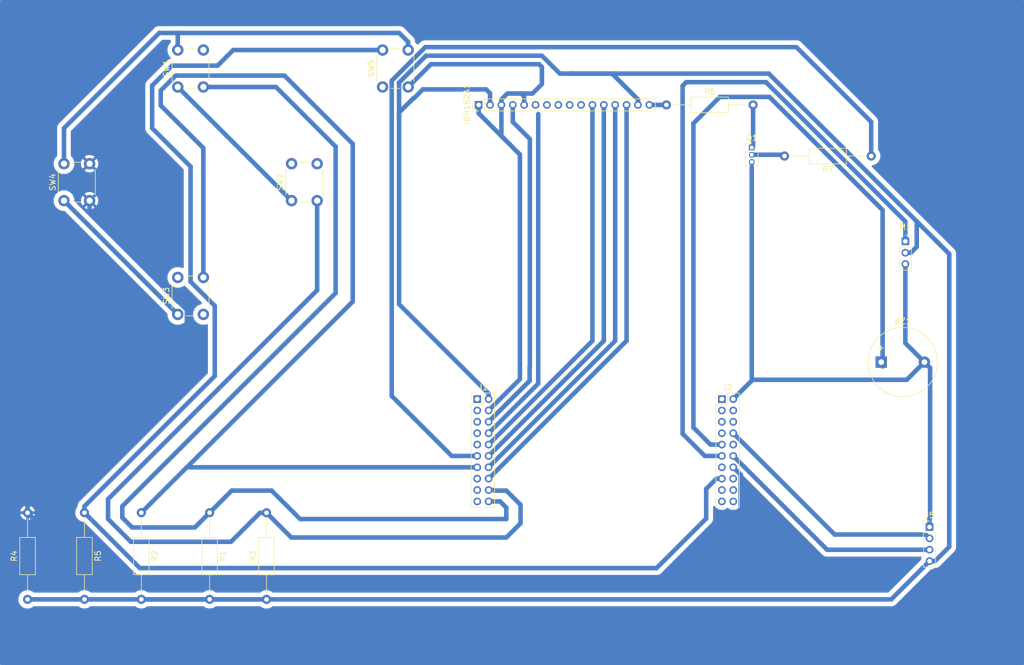
<source format=kicad_pcb>
(kicad_pcb (version 20171130) (host pcbnew 5.0.0-fee4fd1~66~ubuntu18.04.1)

  (general
    (thickness 1.6)
    (drawings 0)
    (tracks 205)
    (zones 0)
    (modules 19)
    (nets 47)
  )

  (page A4)
  (layers
    (0 F.Cu signal)
    (31 B.Cu signal)
    (32 B.Adhes user)
    (33 F.Adhes user)
    (34 B.Paste user)
    (35 F.Paste user)
    (36 B.SilkS user)
    (37 F.SilkS user)
    (38 B.Mask user)
    (39 F.Mask user)
    (40 Dwgs.User user)
    (41 Cmts.User user)
    (42 Eco1.User user)
    (43 Eco2.User user)
    (44 Edge.Cuts user)
    (45 Margin user)
    (46 B.CrtYd user)
    (47 F.CrtYd user)
    (48 B.Fab user)
    (49 F.Fab user)
  )

  (setup
    (last_trace_width 0.8)
    (trace_clearance 0.2)
    (zone_clearance 0.508)
    (zone_45_only no)
    (trace_min 0.2)
    (segment_width 0.2)
    (edge_width 0.1)
    (via_size 1)
    (via_drill 0.8)
    (via_min_size 0.4)
    (via_min_drill 0.3)
    (uvia_size 0.3)
    (uvia_drill 0.1)
    (uvias_allowed no)
    (uvia_min_size 0.2)
    (uvia_min_drill 0.1)
    (pcb_text_width 0.3)
    (pcb_text_size 1.5 1.5)
    (mod_edge_width 0.15)
    (mod_text_size 1 1)
    (mod_text_width 0.15)
    (pad_size 1.5 1.5)
    (pad_drill 0.6)
    (pad_to_mask_clearance 0)
    (aux_axis_origin 0 0)
    (visible_elements FFFFFF7F)
    (pcbplotparams
      (layerselection 0x010fc_ffffffff)
      (usegerberextensions false)
      (usegerberattributes false)
      (usegerberadvancedattributes false)
      (creategerberjobfile false)
      (excludeedgelayer true)
      (linewidth 0.100000)
      (plotframeref false)
      (viasonmask false)
      (mode 1)
      (useauxorigin false)
      (hpglpennumber 1)
      (hpglpenspeed 20)
      (hpglpendiameter 15.000000)
      (psnegative false)
      (psa4output false)
      (plotreference true)
      (plotvalue true)
      (plotinvisibletext false)
      (padsonsilk false)
      (subtractmaskfromsilk false)
      (outputformat 1)
      (mirror false)
      (drillshape 1)
      (scaleselection 1)
      (outputdirectory ""))
  )

  (net 0 "")
  (net 1 "Net-(BZ1-Pad1)")
  (net 2 GNDPWR)
  (net 3 "Net-(J1-Pad20)")
  (net 4 "Net-(J1-Pad19)")
  (net 5 "Net-(J1-Pad18)")
  (net 6 "Net-(J1-Pad17)")
  (net 7 "Net-(J1-Pad16)")
  (net 8 "Net-(J1-Pad15)")
  (net 9 "Net-(J1-Pad14)")
  (net 10 "Net-(J1-Pad13)")
  (net 11 "Net-(J1-Pad12)")
  (net 12 "Net-(J1-Pad11)")
  (net 13 "Net-(J1-Pad10)")
  (net 14 "Net-(J1-Pad9)")
  (net 15 "Net-(J1-Pad8)")
  (net 16 "Net-(J1-Pad7)")
  (net 17 "Net-(J1-Pad6)")
  (net 18 "Net-(J1-Pad5)")
  (net 19 "Net-(J1-Pad3)")
  (net 20 +5V)
  (net 21 +3V3)
  (net 22 "Net-(J2-Pad1)")
  (net 23 "Net-(J2-Pad3)")
  (net 24 "Net-(J2-Pad4)")
  (net 25 "Net-(J2-Pad5)")
  (net 26 "Net-(J2-Pad6)")
  (net 27 "Net-(J2-Pad7)")
  (net 28 "Net-(J2-Pad8)")
  (net 29 "Net-(J2-Pad10)")
  (net 30 "Net-(J2-Pad11)")
  (net 31 "Net-(J2-Pad12)")
  (net 32 "Net-(J2-Pad13)")
  (net 33 "Net-(J2-Pad14)")
  (net 34 "Net-(J2-Pad15)")
  (net 35 "Net-(J2-Pad16)")
  (net 36 "Net-(J2-Pad17)")
  (net 37 "Net-(J2-Pad18)")
  (net 38 "Net-(J2-Pad19)")
  (net 39 "Net-(J2-Pad20)")
  (net 40 "Net-(JDH162A1-Pad7)")
  (net 41 "Net-(JDH162A1-Pad8)")
  (net 42 "Net-(JDH162A1-Pad9)")
  (net 43 "Net-(JDH162A1-Pad10)")
  (net 44 "Net-(JDH162A1-Pad16)")
  (net 45 "Net-(Q1-Pad1)")
  (net 46 "Net-(Q1-Pad2)")

  (net_class Default "This is the default net class."
    (clearance 0.2)
    (trace_width 0.8)
    (via_dia 1)
    (via_drill 0.8)
    (uvia_dia 0.3)
    (uvia_drill 0.1)
    (add_net +3V3)
    (add_net +5V)
    (add_net GNDPWR)
    (add_net "Net-(BZ1-Pad1)")
    (add_net "Net-(J1-Pad10)")
    (add_net "Net-(J1-Pad11)")
    (add_net "Net-(J1-Pad12)")
    (add_net "Net-(J1-Pad13)")
    (add_net "Net-(J1-Pad14)")
    (add_net "Net-(J1-Pad15)")
    (add_net "Net-(J1-Pad16)")
    (add_net "Net-(J1-Pad17)")
    (add_net "Net-(J1-Pad18)")
    (add_net "Net-(J1-Pad19)")
    (add_net "Net-(J1-Pad20)")
    (add_net "Net-(J1-Pad3)")
    (add_net "Net-(J1-Pad5)")
    (add_net "Net-(J1-Pad6)")
    (add_net "Net-(J1-Pad7)")
    (add_net "Net-(J1-Pad8)")
    (add_net "Net-(J1-Pad9)")
    (add_net "Net-(J2-Pad1)")
    (add_net "Net-(J2-Pad10)")
    (add_net "Net-(J2-Pad11)")
    (add_net "Net-(J2-Pad12)")
    (add_net "Net-(J2-Pad13)")
    (add_net "Net-(J2-Pad14)")
    (add_net "Net-(J2-Pad15)")
    (add_net "Net-(J2-Pad16)")
    (add_net "Net-(J2-Pad17)")
    (add_net "Net-(J2-Pad18)")
    (add_net "Net-(J2-Pad19)")
    (add_net "Net-(J2-Pad20)")
    (add_net "Net-(J2-Pad3)")
    (add_net "Net-(J2-Pad4)")
    (add_net "Net-(J2-Pad5)")
    (add_net "Net-(J2-Pad6)")
    (add_net "Net-(J2-Pad7)")
    (add_net "Net-(J2-Pad8)")
    (add_net "Net-(JDH162A1-Pad10)")
    (add_net "Net-(JDH162A1-Pad16)")
    (add_net "Net-(JDH162A1-Pad7)")
    (add_net "Net-(JDH162A1-Pad8)")
    (add_net "Net-(JDH162A1-Pad9)")
    (add_net "Net-(Q1-Pad1)")
    (add_net "Net-(Q1-Pad2)")
  )

  (module Buzzer_Beeper:Buzzer_12x9.5RM7.6 (layer F.Cu) (tedit 5A030281) (tstamp 5BBFE20B)
    (at 174.880475 81.199019)
    (descr "Generic Buzzer, D12mm height 9.5mm with RM7.6mm")
    (tags buzzer)
    (path /5BB38590)
    (fp_text reference BZ1 (at 3.8 -7.2) (layer F.SilkS)
      (effects (font (size 1 1) (thickness 0.15)))
    )
    (fp_text value Buzzer (at 3.8 7.4) (layer F.Fab)
      (effects (font (size 1 1) (thickness 0.15)))
    )
    (fp_text user + (at -0.01 -2.54) (layer F.Fab)
      (effects (font (size 1 1) (thickness 0.15)))
    )
    (fp_text user + (at -0.01 -2.54) (layer F.SilkS)
      (effects (font (size 1 1) (thickness 0.15)))
    )
    (fp_text user %R (at 3.8 -4) (layer F.Fab)
      (effects (font (size 1 1) (thickness 0.15)))
    )
    (fp_circle (center 3.8 0) (end 10.05 0) (layer F.CrtYd) (width 0.05))
    (fp_circle (center 3.8 0) (end 9.8 0) (layer F.Fab) (width 0.1))
    (fp_circle (center 3.8 0) (end 4.8 0) (layer F.Fab) (width 0.1))
    (fp_circle (center 3.8 0) (end 9.9 0) (layer F.SilkS) (width 0.12))
    (pad 1 thru_hole rect (at 0 0) (size 2 2) (drill 1) (layers *.Cu *.Mask)
      (net 1 "Net-(BZ1-Pad1)"))
    (pad 2 thru_hole circle (at 7.6 0) (size 2 2) (drill 1) (layers *.Cu *.Mask)
      (net 2 GNDPWR))
    (model ${KISYS3DMOD}/Buzzer_Beeper.3dshapes/Buzzer_12x9.5RM7.6.wrl
      (at (xyz 0 0 0))
      (scale (xyz 1 1 1))
      (rotate (xyz 0 0 0))
    )
  )

  (module Connector_PinHeader_2.00mm:PinHeader_2x10_P2.00mm_Vertical (layer F.Cu) (tedit 59FED667) (tstamp 5BBFE235)
    (at 103.880475 87.699019)
    (descr "Through hole straight pin header, 2x10, 2.00mm pitch, double rows")
    (tags "Through hole pin header THT 2x10 2.00mm double row")
    (path /5BB3FC52)
    (fp_text reference J1 (at 1 -2.06) (layer F.SilkS)
      (effects (font (size 1 1) (thickness 0.15)))
    )
    (fp_text value Conn_02x10_Odd_Even (at 1 20.06) (layer F.Fab)
      (effects (font (size 1 1) (thickness 0.15)))
    )
    (fp_text user %R (at 1 9 90) (layer F.Fab)
      (effects (font (size 1 1) (thickness 0.15)))
    )
    (fp_line (start 3.5 -1.5) (end -1.5 -1.5) (layer F.CrtYd) (width 0.05))
    (fp_line (start 3.5 19.5) (end 3.5 -1.5) (layer F.CrtYd) (width 0.05))
    (fp_line (start -1.5 19.5) (end 3.5 19.5) (layer F.CrtYd) (width 0.05))
    (fp_line (start -1.5 -1.5) (end -1.5 19.5) (layer F.CrtYd) (width 0.05))
    (fp_line (start -1.06 -1.06) (end 0 -1.06) (layer F.SilkS) (width 0.12))
    (fp_line (start -1.06 0) (end -1.06 -1.06) (layer F.SilkS) (width 0.12))
    (fp_line (start 1 -1.06) (end 3.06 -1.06) (layer F.SilkS) (width 0.12))
    (fp_line (start 1 1) (end 1 -1.06) (layer F.SilkS) (width 0.12))
    (fp_line (start -1.06 1) (end 1 1) (layer F.SilkS) (width 0.12))
    (fp_line (start 3.06 -1.06) (end 3.06 19.06) (layer F.SilkS) (width 0.12))
    (fp_line (start -1.06 1) (end -1.06 19.06) (layer F.SilkS) (width 0.12))
    (fp_line (start -1.06 19.06) (end 3.06 19.06) (layer F.SilkS) (width 0.12))
    (fp_line (start -1 0) (end 0 -1) (layer F.Fab) (width 0.1))
    (fp_line (start -1 19) (end -1 0) (layer F.Fab) (width 0.1))
    (fp_line (start 3 19) (end -1 19) (layer F.Fab) (width 0.1))
    (fp_line (start 3 -1) (end 3 19) (layer F.Fab) (width 0.1))
    (fp_line (start 0 -1) (end 3 -1) (layer F.Fab) (width 0.1))
    (pad 20 thru_hole oval (at 2 18) (size 1.35 1.35) (drill 0.8) (layers *.Cu *.Mask)
      (net 3 "Net-(J1-Pad20)"))
    (pad 19 thru_hole oval (at 0 18) (size 1.35 1.35) (drill 0.8) (layers *.Cu *.Mask)
      (net 4 "Net-(J1-Pad19)"))
    (pad 18 thru_hole oval (at 2 16) (size 1.35 1.35) (drill 0.8) (layers *.Cu *.Mask)
      (net 5 "Net-(J1-Pad18)"))
    (pad 17 thru_hole oval (at 0 16) (size 1.35 1.35) (drill 0.8) (layers *.Cu *.Mask)
      (net 6 "Net-(J1-Pad17)"))
    (pad 16 thru_hole oval (at 2 14) (size 1.35 1.35) (drill 0.8) (layers *.Cu *.Mask)
      (net 7 "Net-(J1-Pad16)"))
    (pad 15 thru_hole oval (at 0 14) (size 1.35 1.35) (drill 0.8) (layers *.Cu *.Mask)
      (net 8 "Net-(J1-Pad15)"))
    (pad 14 thru_hole oval (at 2 12) (size 1.35 1.35) (drill 0.8) (layers *.Cu *.Mask)
      (net 9 "Net-(J1-Pad14)"))
    (pad 13 thru_hole oval (at 0 12) (size 1.35 1.35) (drill 0.8) (layers *.Cu *.Mask)
      (net 10 "Net-(J1-Pad13)"))
    (pad 12 thru_hole oval (at 2 10) (size 1.35 1.35) (drill 0.8) (layers *.Cu *.Mask)
      (net 11 "Net-(J1-Pad12)"))
    (pad 11 thru_hole oval (at 0 10) (size 1.35 1.35) (drill 0.8) (layers *.Cu *.Mask)
      (net 12 "Net-(J1-Pad11)"))
    (pad 10 thru_hole oval (at 2 8) (size 1.35 1.35) (drill 0.8) (layers *.Cu *.Mask)
      (net 13 "Net-(J1-Pad10)"))
    (pad 9 thru_hole oval (at 0 8) (size 1.35 1.35) (drill 0.8) (layers *.Cu *.Mask)
      (net 14 "Net-(J1-Pad9)"))
    (pad 8 thru_hole oval (at 2 6) (size 1.35 1.35) (drill 0.8) (layers *.Cu *.Mask)
      (net 15 "Net-(J1-Pad8)"))
    (pad 7 thru_hole oval (at 0 6) (size 1.35 1.35) (drill 0.8) (layers *.Cu *.Mask)
      (net 16 "Net-(J1-Pad7)"))
    (pad 6 thru_hole oval (at 2 4) (size 1.35 1.35) (drill 0.8) (layers *.Cu *.Mask)
      (net 17 "Net-(J1-Pad6)"))
    (pad 5 thru_hole oval (at 0 4) (size 1.35 1.35) (drill 0.8) (layers *.Cu *.Mask)
      (net 18 "Net-(J1-Pad5)"))
    (pad 4 thru_hole oval (at 2 2) (size 1.35 1.35) (drill 0.8) (layers *.Cu *.Mask)
      (net 2 GNDPWR))
    (pad 3 thru_hole oval (at 0 2) (size 1.35 1.35) (drill 0.8) (layers *.Cu *.Mask)
      (net 19 "Net-(J1-Pad3)"))
    (pad 2 thru_hole oval (at 2 0) (size 1.35 1.35) (drill 0.8) (layers *.Cu *.Mask)
      (net 20 +5V))
    (pad 1 thru_hole rect (at 0 0) (size 1.35 1.35) (drill 0.8) (layers *.Cu *.Mask)
      (net 21 +3V3))
    (model ${KISYS3DMOD}/Connector_PinHeader_2.00mm.3dshapes/PinHeader_2x10_P2.00mm_Vertical.wrl
      (at (xyz 0 0 0))
      (scale (xyz 1 1 1))
      (rotate (xyz 0 0 0))
    )
  )

  (module Connector_PinHeader_2.00mm:PinHeader_2x10_P2.00mm_Vertical (layer F.Cu) (tedit 59FED667) (tstamp 5BBFE25F)
    (at 146.880475 87.699019)
    (descr "Through hole straight pin header, 2x10, 2.00mm pitch, double rows")
    (tags "Through hole pin header THT 2x10 2.00mm double row")
    (path /5BB3FE71)
    (fp_text reference J2 (at 1 -2.06) (layer F.SilkS)
      (effects (font (size 1 1) (thickness 0.15)))
    )
    (fp_text value Conn_02x10_Odd_Even (at 1 20.06) (layer F.Fab)
      (effects (font (size 1 1) (thickness 0.15)))
    )
    (fp_line (start 0 -1) (end 3 -1) (layer F.Fab) (width 0.1))
    (fp_line (start 3 -1) (end 3 19) (layer F.Fab) (width 0.1))
    (fp_line (start 3 19) (end -1 19) (layer F.Fab) (width 0.1))
    (fp_line (start -1 19) (end -1 0) (layer F.Fab) (width 0.1))
    (fp_line (start -1 0) (end 0 -1) (layer F.Fab) (width 0.1))
    (fp_line (start -1.06 19.06) (end 3.06 19.06) (layer F.SilkS) (width 0.12))
    (fp_line (start -1.06 1) (end -1.06 19.06) (layer F.SilkS) (width 0.12))
    (fp_line (start 3.06 -1.06) (end 3.06 19.06) (layer F.SilkS) (width 0.12))
    (fp_line (start -1.06 1) (end 1 1) (layer F.SilkS) (width 0.12))
    (fp_line (start 1 1) (end 1 -1.06) (layer F.SilkS) (width 0.12))
    (fp_line (start 1 -1.06) (end 3.06 -1.06) (layer F.SilkS) (width 0.12))
    (fp_line (start -1.06 0) (end -1.06 -1.06) (layer F.SilkS) (width 0.12))
    (fp_line (start -1.06 -1.06) (end 0 -1.06) (layer F.SilkS) (width 0.12))
    (fp_line (start -1.5 -1.5) (end -1.5 19.5) (layer F.CrtYd) (width 0.05))
    (fp_line (start -1.5 19.5) (end 3.5 19.5) (layer F.CrtYd) (width 0.05))
    (fp_line (start 3.5 19.5) (end 3.5 -1.5) (layer F.CrtYd) (width 0.05))
    (fp_line (start 3.5 -1.5) (end -1.5 -1.5) (layer F.CrtYd) (width 0.05))
    (fp_text user %R (at 1 9 90) (layer F.Fab)
      (effects (font (size 1 1) (thickness 0.15)))
    )
    (pad 1 thru_hole rect (at 0 0) (size 1.35 1.35) (drill 0.8) (layers *.Cu *.Mask)
      (net 22 "Net-(J2-Pad1)"))
    (pad 2 thru_hole oval (at 2 0) (size 1.35 1.35) (drill 0.8) (layers *.Cu *.Mask)
      (net 2 GNDPWR))
    (pad 3 thru_hole oval (at 0 2) (size 1.35 1.35) (drill 0.8) (layers *.Cu *.Mask)
      (net 23 "Net-(J2-Pad3)"))
    (pad 4 thru_hole oval (at 2 2) (size 1.35 1.35) (drill 0.8) (layers *.Cu *.Mask)
      (net 24 "Net-(J2-Pad4)"))
    (pad 5 thru_hole oval (at 0 4) (size 1.35 1.35) (drill 0.8) (layers *.Cu *.Mask)
      (net 25 "Net-(J2-Pad5)"))
    (pad 6 thru_hole oval (at 2 4) (size 1.35 1.35) (drill 0.8) (layers *.Cu *.Mask)
      (net 26 "Net-(J2-Pad6)"))
    (pad 7 thru_hole oval (at 0 6) (size 1.35 1.35) (drill 0.8) (layers *.Cu *.Mask)
      (net 27 "Net-(J2-Pad7)"))
    (pad 8 thru_hole oval (at 2 6) (size 1.35 1.35) (drill 0.8) (layers *.Cu *.Mask)
      (net 28 "Net-(J2-Pad8)"))
    (pad 9 thru_hole oval (at 0 8) (size 1.35 1.35) (drill 0.8) (layers *.Cu *.Mask)
      (net 1 "Net-(BZ1-Pad1)"))
    (pad 10 thru_hole oval (at 2 8) (size 1.35 1.35) (drill 0.8) (layers *.Cu *.Mask)
      (net 29 "Net-(J2-Pad10)"))
    (pad 11 thru_hole oval (at 0 10) (size 1.35 1.35) (drill 0.8) (layers *.Cu *.Mask)
      (net 30 "Net-(J2-Pad11)"))
    (pad 12 thru_hole oval (at 2 10) (size 1.35 1.35) (drill 0.8) (layers *.Cu *.Mask)
      (net 31 "Net-(J2-Pad12)"))
    (pad 13 thru_hole oval (at 0 12) (size 1.35 1.35) (drill 0.8) (layers *.Cu *.Mask)
      (net 32 "Net-(J2-Pad13)"))
    (pad 14 thru_hole oval (at 2 12) (size 1.35 1.35) (drill 0.8) (layers *.Cu *.Mask)
      (net 33 "Net-(J2-Pad14)"))
    (pad 15 thru_hole oval (at 0 14) (size 1.35 1.35) (drill 0.8) (layers *.Cu *.Mask)
      (net 34 "Net-(J2-Pad15)"))
    (pad 16 thru_hole oval (at 2 14) (size 1.35 1.35) (drill 0.8) (layers *.Cu *.Mask)
      (net 35 "Net-(J2-Pad16)"))
    (pad 17 thru_hole oval (at 0 16) (size 1.35 1.35) (drill 0.8) (layers *.Cu *.Mask)
      (net 36 "Net-(J2-Pad17)"))
    (pad 18 thru_hole oval (at 2 16) (size 1.35 1.35) (drill 0.8) (layers *.Cu *.Mask)
      (net 37 "Net-(J2-Pad18)"))
    (pad 19 thru_hole oval (at 0 18) (size 1.35 1.35) (drill 0.8) (layers *.Cu *.Mask)
      (net 38 "Net-(J2-Pad19)"))
    (pad 20 thru_hole oval (at 2 18) (size 1.35 1.35) (drill 0.8) (layers *.Cu *.Mask)
      (net 39 "Net-(J2-Pad20)"))
    (model ${KISYS3DMOD}/Connector_PinHeader_2.00mm.3dshapes/PinHeader_2x10_P2.00mm_Vertical.wrl
      (at (xyz 0 0 0))
      (scale (xyz 1 1 1))
      (rotate (xyz 0 0 0))
    )
  )

  (module Connector_PinHeader_2.00mm:PinHeader_1x04_P2.00mm_Vertical (layer F.Cu) (tedit 59FED667) (tstamp 5BBFF4D9)
    (at 183.380475 110.199019)
    (descr "Through hole straight pin header, 1x04, 2.00mm pitch, single row")
    (tags "Through hole pin header THT 1x04 2.00mm single row")
    (path /5BB33235)
    (fp_text reference J5 (at 0 -2.06) (layer F.SilkS)
      (effects (font (size 1 1) (thickness 0.15)))
    )
    (fp_text value HC-SR04 (at 0 8.06) (layer F.Fab)
      (effects (font (size 1 1) (thickness 0.15)))
    )
    (fp_line (start -0.5 -1) (end 1 -1) (layer F.Fab) (width 0.1))
    (fp_line (start 1 -1) (end 1 7) (layer F.Fab) (width 0.1))
    (fp_line (start 1 7) (end -1 7) (layer F.Fab) (width 0.1))
    (fp_line (start -1 7) (end -1 -0.5) (layer F.Fab) (width 0.1))
    (fp_line (start -1 -0.5) (end -0.5 -1) (layer F.Fab) (width 0.1))
    (fp_line (start -1.06 7.06) (end 1.06 7.06) (layer F.SilkS) (width 0.12))
    (fp_line (start -1.06 1) (end -1.06 7.06) (layer F.SilkS) (width 0.12))
    (fp_line (start 1.06 1) (end 1.06 7.06) (layer F.SilkS) (width 0.12))
    (fp_line (start -1.06 1) (end 1.06 1) (layer F.SilkS) (width 0.12))
    (fp_line (start -1.06 0) (end -1.06 -1.06) (layer F.SilkS) (width 0.12))
    (fp_line (start -1.06 -1.06) (end 0 -1.06) (layer F.SilkS) (width 0.12))
    (fp_line (start -1.5 -1.5) (end -1.5 7.5) (layer F.CrtYd) (width 0.05))
    (fp_line (start -1.5 7.5) (end 1.5 7.5) (layer F.CrtYd) (width 0.05))
    (fp_line (start 1.5 7.5) (end 1.5 -1.5) (layer F.CrtYd) (width 0.05))
    (fp_line (start 1.5 -1.5) (end -1.5 -1.5) (layer F.CrtYd) (width 0.05))
    (fp_text user %R (at 0 3 90) (layer F.Fab)
      (effects (font (size 1 1) (thickness 0.15)))
    )
    (pad 1 thru_hole rect (at 0 0) (size 1.35 1.35) (drill 0.8) (layers *.Cu *.Mask)
      (net 2 GNDPWR))
    (pad 2 thru_hole oval (at 0 2) (size 1.35 1.35) (drill 0.8) (layers *.Cu *.Mask)
      (net 28 "Net-(J2-Pad8)"))
    (pad 3 thru_hole oval (at 0 4) (size 1.35 1.35) (drill 0.8) (layers *.Cu *.Mask)
      (net 31 "Net-(J2-Pad12)"))
    (pad 4 thru_hole oval (at 0 6) (size 1.35 1.35) (drill 0.8) (layers *.Cu *.Mask)
      (net 20 +5V))
    (model ${KISYS3DMOD}/Connector_PinHeader_2.00mm.3dshapes/PinHeader_1x04_P2.00mm_Vertical.wrl
      (at (xyz 0 0 0))
      (scale (xyz 1 1 1))
      (rotate (xyz 0 0 0))
    )
  )

  (module Connector_PinHeader_2.00mm:PinHeader_1x16_P2.00mm_Vertical (layer F.Cu) (tedit 59FED667) (tstamp 5BBFE29B)
    (at 104.130475 35.949019 90)
    (descr "Through hole straight pin header, 1x16, 2.00mm pitch, single row")
    (tags "Through hole pin header THT 1x16 2.00mm single row")
    (path /5BB2DBB5)
    (fp_text reference JDH162A1 (at 0 -2.06 90) (layer F.SilkS)
      (effects (font (size 1 1) (thickness 0.15)))
    )
    (fp_text value "LCD JDH162A" (at 0 32.06 90) (layer F.Fab)
      (effects (font (size 1 1) (thickness 0.15)))
    )
    (fp_line (start -0.5 -1) (end 1 -1) (layer F.Fab) (width 0.1))
    (fp_line (start 1 -1) (end 1 31) (layer F.Fab) (width 0.1))
    (fp_line (start 1 31) (end -1 31) (layer F.Fab) (width 0.1))
    (fp_line (start -1 31) (end -1 -0.5) (layer F.Fab) (width 0.1))
    (fp_line (start -1 -0.5) (end -0.5 -1) (layer F.Fab) (width 0.1))
    (fp_line (start -1.06 31.06) (end 1.06 31.06) (layer F.SilkS) (width 0.12))
    (fp_line (start -1.06 1) (end -1.06 31.06) (layer F.SilkS) (width 0.12))
    (fp_line (start 1.06 1) (end 1.06 31.06) (layer F.SilkS) (width 0.12))
    (fp_line (start -1.06 1) (end 1.06 1) (layer F.SilkS) (width 0.12))
    (fp_line (start -1.06 0) (end -1.06 -1.06) (layer F.SilkS) (width 0.12))
    (fp_line (start -1.06 -1.06) (end 0 -1.06) (layer F.SilkS) (width 0.12))
    (fp_line (start -1.5 -1.5) (end -1.5 31.5) (layer F.CrtYd) (width 0.05))
    (fp_line (start -1.5 31.5) (end 1.5 31.5) (layer F.CrtYd) (width 0.05))
    (fp_line (start 1.5 31.5) (end 1.5 -1.5) (layer F.CrtYd) (width 0.05))
    (fp_line (start 1.5 -1.5) (end -1.5 -1.5) (layer F.CrtYd) (width 0.05))
    (fp_text user %R (at 0 15 180) (layer F.Fab)
      (effects (font (size 1 1) (thickness 0.15)))
    )
    (pad 1 thru_hole rect (at 0 0 90) (size 1.35 1.35) (drill 0.8) (layers *.Cu *.Mask)
      (net 2 GNDPWR))
    (pad 2 thru_hole oval (at 0 2 90) (size 1.35 1.35) (drill 0.8) (layers *.Cu *.Mask)
      (net 20 +5V))
    (pad 3 thru_hole oval (at 0 4 90) (size 1.35 1.35) (drill 0.8) (layers *.Cu *.Mask)
      (net 2 GNDPWR))
    (pad 4 thru_hole oval (at 0 6 90) (size 1.35 1.35) (drill 0.8) (layers *.Cu *.Mask)
      (net 17 "Net-(J1-Pad6)"))
    (pad 5 thru_hole oval (at 0 8 90) (size 1.35 1.35) (drill 0.8) (layers *.Cu *.Mask)
      (net 2 GNDPWR))
    (pad 6 thru_hole oval (at 0 10 90) (size 1.35 1.35) (drill 0.8) (layers *.Cu *.Mask)
      (net 15 "Net-(J1-Pad8)"))
    (pad 7 thru_hole oval (at 0 12 90) (size 1.35 1.35) (drill 0.8) (layers *.Cu *.Mask)
      (net 40 "Net-(JDH162A1-Pad7)"))
    (pad 8 thru_hole oval (at 0 14 90) (size 1.35 1.35) (drill 0.8) (layers *.Cu *.Mask)
      (net 41 "Net-(JDH162A1-Pad8)"))
    (pad 9 thru_hole oval (at 0 16 90) (size 1.35 1.35) (drill 0.8) (layers *.Cu *.Mask)
      (net 42 "Net-(JDH162A1-Pad9)"))
    (pad 10 thru_hole oval (at 0 18 90) (size 1.35 1.35) (drill 0.8) (layers *.Cu *.Mask)
      (net 43 "Net-(JDH162A1-Pad10)"))
    (pad 11 thru_hole oval (at 0 20 90) (size 1.35 1.35) (drill 0.8) (layers *.Cu *.Mask)
      (net 13 "Net-(J1-Pad10)"))
    (pad 12 thru_hole oval (at 0 22 90) (size 1.35 1.35) (drill 0.8) (layers *.Cu *.Mask)
      (net 11 "Net-(J1-Pad12)"))
    (pad 13 thru_hole oval (at 0 24 90) (size 1.35 1.35) (drill 0.8) (layers *.Cu *.Mask)
      (net 9 "Net-(J1-Pad14)"))
    (pad 14 thru_hole oval (at 0 26 90) (size 1.35 1.35) (drill 0.8) (layers *.Cu *.Mask)
      (net 7 "Net-(J1-Pad16)"))
    (pad 15 thru_hole oval (at 0 28 90) (size 1.35 1.35) (drill 0.8) (layers *.Cu *.Mask)
      (net 20 +5V))
    (pad 16 thru_hole oval (at 0 30 90) (size 1.35 1.35) (drill 0.8) (layers *.Cu *.Mask)
      (net 44 "Net-(JDH162A1-Pad16)"))
    (model ${KISYS3DMOD}/Connector_PinHeader_2.00mm.3dshapes/PinHeader_1x16_P2.00mm_Vertical.wrl
      (at (xyz 0 0 0))
      (scale (xyz 1 1 1))
      (rotate (xyz 0 0 0))
    )
  )

  (module Connector_PinSocket_2.00mm:PinSocket_1x03_P2.00mm_Vertical (layer F.Cu) (tedit 5A19A42B) (tstamp 5BBFE2B2)
    (at 179.130475 59.949019)
    (descr "Through hole straight socket strip, 1x03, 2.00mm pitch, single row (from Kicad 4.0.7), script generated")
    (tags "Through hole socket strip THT 1x03 2.00mm single row")
    (path /5BB386F0)
    (fp_text reference M1 (at 0 -2.5) (layer F.SilkS)
      (effects (font (size 1 1) (thickness 0.15)))
    )
    (fp_text value Motor_Servo (at 0 6.5) (layer F.Fab)
      (effects (font (size 1 1) (thickness 0.15)))
    )
    (fp_line (start -1 -1) (end 0.5 -1) (layer F.Fab) (width 0.1))
    (fp_line (start 0.5 -1) (end 1 -0.5) (layer F.Fab) (width 0.1))
    (fp_line (start 1 -0.5) (end 1 5) (layer F.Fab) (width 0.1))
    (fp_line (start 1 5) (end -1 5) (layer F.Fab) (width 0.1))
    (fp_line (start -1 5) (end -1 -1) (layer F.Fab) (width 0.1))
    (fp_line (start -1.06 1) (end 1.06 1) (layer F.SilkS) (width 0.12))
    (fp_line (start -1.06 1) (end -1.06 5.06) (layer F.SilkS) (width 0.12))
    (fp_line (start -1.06 5.06) (end 1.06 5.06) (layer F.SilkS) (width 0.12))
    (fp_line (start 1.06 1) (end 1.06 5.06) (layer F.SilkS) (width 0.12))
    (fp_line (start 1.06 -1.06) (end 1.06 0) (layer F.SilkS) (width 0.12))
    (fp_line (start 0 -1.06) (end 1.06 -1.06) (layer F.SilkS) (width 0.12))
    (fp_line (start -1.5 -1.5) (end 1.5 -1.5) (layer F.CrtYd) (width 0.05))
    (fp_line (start 1.5 -1.5) (end 1.5 5.5) (layer F.CrtYd) (width 0.05))
    (fp_line (start 1.5 5.5) (end -1.5 5.5) (layer F.CrtYd) (width 0.05))
    (fp_line (start -1.5 5.5) (end -1.5 -1.5) (layer F.CrtYd) (width 0.05))
    (fp_text user %R (at 0 2 90) (layer F.Fab)
      (effects (font (size 1 1) (thickness 0.15)))
    )
    (pad 1 thru_hole rect (at 0 0) (size 1.35 1.35) (drill 0.8) (layers *.Cu *.Mask)
      (net 30 "Net-(J2-Pad11)"))
    (pad 2 thru_hole oval (at 0 2) (size 1.35 1.35) (drill 0.8) (layers *.Cu *.Mask)
      (net 20 +5V))
    (pad 3 thru_hole oval (at 0 4) (size 1.35 1.35) (drill 0.8) (layers *.Cu *.Mask)
      (net 2 GNDPWR))
    (model ${KISYS3DMOD}/Connector_PinSocket_2.00mm.3dshapes/PinSocket_1x03_P2.00mm_Vertical.wrl
      (at (xyz 0 0 0))
      (scale (xyz 1 1 1))
      (rotate (xyz 0 0 0))
    )
  )

  (module Connector_PinHeader_1.27mm:PinHeader_1x03_P1.27mm_Vertical (layer F.Cu) (tedit 59FED6E3) (tstamp 5BBFEC3F)
    (at 152.130475 43.449019)
    (descr "Through hole straight pin header, 1x03, 1.27mm pitch, single row")
    (tags "Through hole pin header THT 1x03 1.27mm single row")
    (path /5BB3C234)
    (fp_text reference Q1 (at 0 -1.695) (layer F.SilkS)
      (effects (font (size 1 1) (thickness 0.15)))
    )
    (fp_text value Q_NPN_CBE (at 0 4.235) (layer F.Fab)
      (effects (font (size 1 1) (thickness 0.15)))
    )
    (fp_line (start -0.525 -0.635) (end 1.05 -0.635) (layer F.Fab) (width 0.1))
    (fp_line (start 1.05 -0.635) (end 1.05 3.175) (layer F.Fab) (width 0.1))
    (fp_line (start 1.05 3.175) (end -1.05 3.175) (layer F.Fab) (width 0.1))
    (fp_line (start -1.05 3.175) (end -1.05 -0.11) (layer F.Fab) (width 0.1))
    (fp_line (start -1.05 -0.11) (end -0.525 -0.635) (layer F.Fab) (width 0.1))
    (fp_line (start -1.11 3.235) (end -0.30753 3.235) (layer F.SilkS) (width 0.12))
    (fp_line (start 0.30753 3.235) (end 1.11 3.235) (layer F.SilkS) (width 0.12))
    (fp_line (start -1.11 0.76) (end -1.11 3.235) (layer F.SilkS) (width 0.12))
    (fp_line (start 1.11 0.76) (end 1.11 3.235) (layer F.SilkS) (width 0.12))
    (fp_line (start -1.11 0.76) (end -0.563471 0.76) (layer F.SilkS) (width 0.12))
    (fp_line (start 0.563471 0.76) (end 1.11 0.76) (layer F.SilkS) (width 0.12))
    (fp_line (start -1.11 0) (end -1.11 -0.76) (layer F.SilkS) (width 0.12))
    (fp_line (start -1.11 -0.76) (end 0 -0.76) (layer F.SilkS) (width 0.12))
    (fp_line (start -1.55 -1.15) (end -1.55 3.7) (layer F.CrtYd) (width 0.05))
    (fp_line (start -1.55 3.7) (end 1.55 3.7) (layer F.CrtYd) (width 0.05))
    (fp_line (start 1.55 3.7) (end 1.55 -1.15) (layer F.CrtYd) (width 0.05))
    (fp_line (start 1.55 -1.15) (end -1.55 -1.15) (layer F.CrtYd) (width 0.05))
    (fp_text user %R (at 0 1.27 90) (layer F.Fab)
      (effects (font (size 1 1) (thickness 0.15)))
    )
    (pad 1 thru_hole rect (at 0 0) (size 1 1) (drill 0.65) (layers *.Cu *.Mask)
      (net 45 "Net-(Q1-Pad1)"))
    (pad 2 thru_hole oval (at 0 1.27) (size 1 1) (drill 0.65) (layers *.Cu *.Mask)
      (net 46 "Net-(Q1-Pad2)"))
    (pad 3 thru_hole oval (at 0 2.54) (size 1 1) (drill 0.65) (layers *.Cu *.Mask)
      (net 2 GNDPWR))
    (model ${KISYS3DMOD}/Connector_PinHeader_1.27mm.3dshapes/PinHeader_1x03_P1.27mm_Vertical.wrl
      (at (xyz 0 0 0))
      (scale (xyz 1 1 1))
      (rotate (xyz 0 0 0))
    )
  )

  (module Resistor_THT:R_Axial_DIN0207_L6.3mm_D2.5mm_P15.24mm_Horizontal (layer F.Cu) (tedit 5AE5139B) (tstamp 5BC00A41)
    (at 56.843749 107.682253 270)
    (descr "Resistor, Axial_DIN0207 series, Axial, Horizontal, pin pitch=15.24mm, 0.25W = 1/4W, length*diameter=6.3*2.5mm^2, http://cdn-reichelt.de/documents/datenblatt/B400/1_4W%23YAG.pdf")
    (tags "Resistor Axial_DIN0207 series Axial Horizontal pin pitch 15.24mm 0.25W = 1/4W length 6.3mm diameter 2.5mm")
    (path /5BB300C7)
    (fp_text reference R1 (at 7.62 -2.37 270) (layer F.SilkS)
      (effects (font (size 1 1) (thickness 0.15)))
    )
    (fp_text value R (at 7.62 2.37 270) (layer F.Fab)
      (effects (font (size 1 1) (thickness 0.15)))
    )
    (fp_text user %R (at 7.62 0 270) (layer F.Fab)
      (effects (font (size 1 1) (thickness 0.15)))
    )
    (fp_line (start 16.29 -1.5) (end -1.05 -1.5) (layer F.CrtYd) (width 0.05))
    (fp_line (start 16.29 1.5) (end 16.29 -1.5) (layer F.CrtYd) (width 0.05))
    (fp_line (start -1.05 1.5) (end 16.29 1.5) (layer F.CrtYd) (width 0.05))
    (fp_line (start -1.05 -1.5) (end -1.05 1.5) (layer F.CrtYd) (width 0.05))
    (fp_line (start 14.2 0) (end 10.89 0) (layer F.SilkS) (width 0.12))
    (fp_line (start 1.04 0) (end 4.35 0) (layer F.SilkS) (width 0.12))
    (fp_line (start 10.89 -1.37) (end 4.35 -1.37) (layer F.SilkS) (width 0.12))
    (fp_line (start 10.89 1.37) (end 10.89 -1.37) (layer F.SilkS) (width 0.12))
    (fp_line (start 4.35 1.37) (end 10.89 1.37) (layer F.SilkS) (width 0.12))
    (fp_line (start 4.35 -1.37) (end 4.35 1.37) (layer F.SilkS) (width 0.12))
    (fp_line (start 15.24 0) (end 10.77 0) (layer F.Fab) (width 0.1))
    (fp_line (start 0 0) (end 4.47 0) (layer F.Fab) (width 0.1))
    (fp_line (start 10.77 -1.25) (end 4.47 -1.25) (layer F.Fab) (width 0.1))
    (fp_line (start 10.77 1.25) (end 10.77 -1.25) (layer F.Fab) (width 0.1))
    (fp_line (start 4.47 1.25) (end 10.77 1.25) (layer F.Fab) (width 0.1))
    (fp_line (start 4.47 -1.25) (end 4.47 1.25) (layer F.Fab) (width 0.1))
    (pad 2 thru_hole oval (at 15.24 0 270) (size 1.6 1.6) (drill 0.8) (layers *.Cu *.Mask)
      (net 20 +5V))
    (pad 1 thru_hole circle (at 0 0 270) (size 1.6 1.6) (drill 0.8) (layers *.Cu *.Mask)
      (net 3 "Net-(J1-Pad20)"))
    (model ${KISYS3DMOD}/Resistor_THT.3dshapes/R_Axial_DIN0207_L6.3mm_D2.5mm_P15.24mm_Horizontal.wrl
      (at (xyz 0 0 0))
      (scale (xyz 1 1 1))
      (rotate (xyz 0 0 0))
    )
  )

  (module Resistor_THT:R_Axial_DIN0207_L6.3mm_D2.5mm_P15.24mm_Horizontal (layer F.Cu) (tedit 5AE5139B) (tstamp 5BBFEB09)
    (at 44.843749 107.682253 270)
    (descr "Resistor, Axial_DIN0207 series, Axial, Horizontal, pin pitch=15.24mm, 0.25W = 1/4W, length*diameter=6.3*2.5mm^2, http://cdn-reichelt.de/documents/datenblatt/B400/1_4W%23YAG.pdf")
    (tags "Resistor Axial_DIN0207 series Axial Horizontal pin pitch 15.24mm 0.25W = 1/4W length 6.3mm diameter 2.5mm")
    (path /5BB3030D)
    (fp_text reference R2 (at 7.62 -2.37 270) (layer F.SilkS)
      (effects (font (size 1 1) (thickness 0.15)))
    )
    (fp_text value R (at 7.62 2.37 270) (layer F.Fab)
      (effects (font (size 1 1) (thickness 0.15)))
    )
    (fp_text user %R (at 7.62 0 270) (layer F.Fab)
      (effects (font (size 1 1) (thickness 0.15)))
    )
    (fp_line (start 16.29 -1.5) (end -1.05 -1.5) (layer F.CrtYd) (width 0.05))
    (fp_line (start 16.29 1.5) (end 16.29 -1.5) (layer F.CrtYd) (width 0.05))
    (fp_line (start -1.05 1.5) (end 16.29 1.5) (layer F.CrtYd) (width 0.05))
    (fp_line (start -1.05 -1.5) (end -1.05 1.5) (layer F.CrtYd) (width 0.05))
    (fp_line (start 14.2 0) (end 10.89 0) (layer F.SilkS) (width 0.12))
    (fp_line (start 1.04 0) (end 4.35 0) (layer F.SilkS) (width 0.12))
    (fp_line (start 10.89 -1.37) (end 4.35 -1.37) (layer F.SilkS) (width 0.12))
    (fp_line (start 10.89 1.37) (end 10.89 -1.37) (layer F.SilkS) (width 0.12))
    (fp_line (start 4.35 1.37) (end 10.89 1.37) (layer F.SilkS) (width 0.12))
    (fp_line (start 4.35 -1.37) (end 4.35 1.37) (layer F.SilkS) (width 0.12))
    (fp_line (start 15.24 0) (end 10.77 0) (layer F.Fab) (width 0.1))
    (fp_line (start 0 0) (end 4.47 0) (layer F.Fab) (width 0.1))
    (fp_line (start 10.77 -1.25) (end 4.47 -1.25) (layer F.Fab) (width 0.1))
    (fp_line (start 10.77 1.25) (end 10.77 -1.25) (layer F.Fab) (width 0.1))
    (fp_line (start 4.47 1.25) (end 10.77 1.25) (layer F.Fab) (width 0.1))
    (fp_line (start 4.47 -1.25) (end 4.47 1.25) (layer F.Fab) (width 0.1))
    (pad 2 thru_hole oval (at 15.24 0 270) (size 1.6 1.6) (drill 0.8) (layers *.Cu *.Mask)
      (net 20 +5V))
    (pad 1 thru_hole circle (at 0 0 270) (size 1.6 1.6) (drill 0.8) (layers *.Cu *.Mask)
      (net 10 "Net-(J1-Pad13)"))
    (model ${KISYS3DMOD}/Resistor_THT.3dshapes/R_Axial_DIN0207_L6.3mm_D2.5mm_P15.24mm_Horizontal.wrl
      (at (xyz 0 0 0))
      (scale (xyz 1 1 1))
      (rotate (xyz 0 0 0))
    )
  )

  (module Resistor_THT:R_Axial_DIN0207_L6.3mm_D2.5mm_P15.24mm_Horizontal (layer F.Cu) (tedit 5AE5139B) (tstamp 5BC01A50)
    (at 66.843749 122.932253 90)
    (descr "Resistor, Axial_DIN0207 series, Axial, Horizontal, pin pitch=15.24mm, 0.25W = 1/4W, length*diameter=6.3*2.5mm^2, http://cdn-reichelt.de/documents/datenblatt/B400/1_4W%23YAG.pdf")
    (tags "Resistor Axial_DIN0207 series Axial Horizontal pin pitch 15.24mm 0.25W = 1/4W length 6.3mm diameter 2.5mm")
    (path /5BB301AD)
    (fp_text reference R3 (at 7.62 -2.37 90) (layer F.SilkS)
      (effects (font (size 1 1) (thickness 0.15)))
    )
    (fp_text value R (at 7.62 2.37 90) (layer F.Fab)
      (effects (font (size 1 1) (thickness 0.15)))
    )
    (fp_line (start 4.47 -1.25) (end 4.47 1.25) (layer F.Fab) (width 0.1))
    (fp_line (start 4.47 1.25) (end 10.77 1.25) (layer F.Fab) (width 0.1))
    (fp_line (start 10.77 1.25) (end 10.77 -1.25) (layer F.Fab) (width 0.1))
    (fp_line (start 10.77 -1.25) (end 4.47 -1.25) (layer F.Fab) (width 0.1))
    (fp_line (start 0 0) (end 4.47 0) (layer F.Fab) (width 0.1))
    (fp_line (start 15.24 0) (end 10.77 0) (layer F.Fab) (width 0.1))
    (fp_line (start 4.35 -1.37) (end 4.35 1.37) (layer F.SilkS) (width 0.12))
    (fp_line (start 4.35 1.37) (end 10.89 1.37) (layer F.SilkS) (width 0.12))
    (fp_line (start 10.89 1.37) (end 10.89 -1.37) (layer F.SilkS) (width 0.12))
    (fp_line (start 10.89 -1.37) (end 4.35 -1.37) (layer F.SilkS) (width 0.12))
    (fp_line (start 1.04 0) (end 4.35 0) (layer F.SilkS) (width 0.12))
    (fp_line (start 14.2 0) (end 10.89 0) (layer F.SilkS) (width 0.12))
    (fp_line (start -1.05 -1.5) (end -1.05 1.5) (layer F.CrtYd) (width 0.05))
    (fp_line (start -1.05 1.5) (end 16.29 1.5) (layer F.CrtYd) (width 0.05))
    (fp_line (start 16.29 1.5) (end 16.29 -1.5) (layer F.CrtYd) (width 0.05))
    (fp_line (start 16.29 -1.5) (end -1.05 -1.5) (layer F.CrtYd) (width 0.05))
    (fp_text user %R (at 7.62 0 90) (layer F.Fab)
      (effects (font (size 1 1) (thickness 0.15)))
    )
    (pad 1 thru_hole circle (at 0 0 90) (size 1.6 1.6) (drill 0.8) (layers *.Cu *.Mask)
      (net 20 +5V))
    (pad 2 thru_hole oval (at 15.24 0 90) (size 1.6 1.6) (drill 0.8) (layers *.Cu *.Mask)
      (net 5 "Net-(J1-Pad18)"))
    (model ${KISYS3DMOD}/Resistor_THT.3dshapes/R_Axial_DIN0207_L6.3mm_D2.5mm_P15.24mm_Horizontal.wrl
      (at (xyz 0 0 0))
      (scale (xyz 1 1 1))
      (rotate (xyz 0 0 0))
    )
  )

  (module Resistor_THT:R_Axial_DIN0207_L6.3mm_D2.5mm_P15.24mm_Horizontal (layer F.Cu) (tedit 5AE5139B) (tstamp 5BC01712)
    (at 24.843749 122.932253 90)
    (descr "Resistor, Axial_DIN0207 series, Axial, Horizontal, pin pitch=15.24mm, 0.25W = 1/4W, length*diameter=6.3*2.5mm^2, http://cdn-reichelt.de/documents/datenblatt/B400/1_4W%23YAG.pdf")
    (tags "Resistor Axial_DIN0207 series Axial Horizontal pin pitch 15.24mm 0.25W = 1/4W length 6.3mm diameter 2.5mm")
    (path /5BB30235)
    (fp_text reference R4 (at 7.62 -2.37 90) (layer F.SilkS)
      (effects (font (size 1 1) (thickness 0.15)))
    )
    (fp_text value R (at 7.62 2.37 90) (layer F.Fab)
      (effects (font (size 1 1) (thickness 0.15)))
    )
    (fp_line (start 4.47 -1.25) (end 4.47 1.25) (layer F.Fab) (width 0.1))
    (fp_line (start 4.47 1.25) (end 10.77 1.25) (layer F.Fab) (width 0.1))
    (fp_line (start 10.77 1.25) (end 10.77 -1.25) (layer F.Fab) (width 0.1))
    (fp_line (start 10.77 -1.25) (end 4.47 -1.25) (layer F.Fab) (width 0.1))
    (fp_line (start 0 0) (end 4.47 0) (layer F.Fab) (width 0.1))
    (fp_line (start 15.24 0) (end 10.77 0) (layer F.Fab) (width 0.1))
    (fp_line (start 4.35 -1.37) (end 4.35 1.37) (layer F.SilkS) (width 0.12))
    (fp_line (start 4.35 1.37) (end 10.89 1.37) (layer F.SilkS) (width 0.12))
    (fp_line (start 10.89 1.37) (end 10.89 -1.37) (layer F.SilkS) (width 0.12))
    (fp_line (start 10.89 -1.37) (end 4.35 -1.37) (layer F.SilkS) (width 0.12))
    (fp_line (start 1.04 0) (end 4.35 0) (layer F.SilkS) (width 0.12))
    (fp_line (start 14.2 0) (end 10.89 0) (layer F.SilkS) (width 0.12))
    (fp_line (start -1.05 -1.5) (end -1.05 1.5) (layer F.CrtYd) (width 0.05))
    (fp_line (start -1.05 1.5) (end 16.29 1.5) (layer F.CrtYd) (width 0.05))
    (fp_line (start 16.29 1.5) (end 16.29 -1.5) (layer F.CrtYd) (width 0.05))
    (fp_line (start 16.29 -1.5) (end -1.05 -1.5) (layer F.CrtYd) (width 0.05))
    (fp_text user %R (at 7.62 0 90) (layer F.Fab)
      (effects (font (size 1 1) (thickness 0.15)))
    )
    (pad 1 thru_hole circle (at 0 0 90) (size 1.6 1.6) (drill 0.8) (layers *.Cu *.Mask)
      (net 20 +5V))
    (pad 2 thru_hole oval (at 15.24 0 90) (size 1.6 1.6) (drill 0.8) (layers *.Cu *.Mask)
      (net 33 "Net-(J2-Pad14)"))
    (model ${KISYS3DMOD}/Resistor_THT.3dshapes/R_Axial_DIN0207_L6.3mm_D2.5mm_P15.24mm_Horizontal.wrl
      (at (xyz 0 0 0))
      (scale (xyz 1 1 1))
      (rotate (xyz 0 0 0))
    )
  )

  (module Resistor_THT:R_Axial_DIN0207_L6.3mm_D2.5mm_P15.24mm_Horizontal (layer F.Cu) (tedit 5AE5139B) (tstamp 5BBFEB4B)
    (at 34.843749 107.682253 270)
    (descr "Resistor, Axial_DIN0207 series, Axial, Horizontal, pin pitch=15.24mm, 0.25W = 1/4W, length*diameter=6.3*2.5mm^2, http://cdn-reichelt.de/documents/datenblatt/B400/1_4W%23YAG.pdf")
    (tags "Resistor Axial_DIN0207 series Axial Horizontal pin pitch 15.24mm 0.25W = 1/4W length 6.3mm diameter 2.5mm")
    (path /5BB3038F)
    (fp_text reference R5 (at 7.62 -2.37 270) (layer F.SilkS)
      (effects (font (size 1 1) (thickness 0.15)))
    )
    (fp_text value R (at 7.62 2.37 270) (layer F.Fab)
      (effects (font (size 1 1) (thickness 0.15)))
    )
    (fp_line (start 4.47 -1.25) (end 4.47 1.25) (layer F.Fab) (width 0.1))
    (fp_line (start 4.47 1.25) (end 10.77 1.25) (layer F.Fab) (width 0.1))
    (fp_line (start 10.77 1.25) (end 10.77 -1.25) (layer F.Fab) (width 0.1))
    (fp_line (start 10.77 -1.25) (end 4.47 -1.25) (layer F.Fab) (width 0.1))
    (fp_line (start 0 0) (end 4.47 0) (layer F.Fab) (width 0.1))
    (fp_line (start 15.24 0) (end 10.77 0) (layer F.Fab) (width 0.1))
    (fp_line (start 4.35 -1.37) (end 4.35 1.37) (layer F.SilkS) (width 0.12))
    (fp_line (start 4.35 1.37) (end 10.89 1.37) (layer F.SilkS) (width 0.12))
    (fp_line (start 10.89 1.37) (end 10.89 -1.37) (layer F.SilkS) (width 0.12))
    (fp_line (start 10.89 -1.37) (end 4.35 -1.37) (layer F.SilkS) (width 0.12))
    (fp_line (start 1.04 0) (end 4.35 0) (layer F.SilkS) (width 0.12))
    (fp_line (start 14.2 0) (end 10.89 0) (layer F.SilkS) (width 0.12))
    (fp_line (start -1.05 -1.5) (end -1.05 1.5) (layer F.CrtYd) (width 0.05))
    (fp_line (start -1.05 1.5) (end 16.29 1.5) (layer F.CrtYd) (width 0.05))
    (fp_line (start 16.29 1.5) (end 16.29 -1.5) (layer F.CrtYd) (width 0.05))
    (fp_line (start 16.29 -1.5) (end -1.05 -1.5) (layer F.CrtYd) (width 0.05))
    (fp_text user %R (at 7.62 0 270) (layer F.Fab)
      (effects (font (size 1 1) (thickness 0.15)))
    )
    (pad 1 thru_hole circle (at 0 0 270) (size 1.6 1.6) (drill 0.8) (layers *.Cu *.Mask)
      (net 34 "Net-(J2-Pad15)"))
    (pad 2 thru_hole oval (at 15.24 0 270) (size 1.6 1.6) (drill 0.8) (layers *.Cu *.Mask)
      (net 20 +5V))
    (model ${KISYS3DMOD}/Resistor_THT.3dshapes/R_Axial_DIN0207_L6.3mm_D2.5mm_P15.24mm_Horizontal.wrl
      (at (xyz 0 0 0))
      (scale (xyz 1 1 1))
      (rotate (xyz 0 0 0))
    )
  )

  (module Resistor_THT:R_Axial_DIN0207_L6.3mm_D2.5mm_P15.24mm_Horizontal (layer F.Cu) (tedit 5AE5139B) (tstamp 5BBFE355)
    (at 137.130475 35.949019)
    (descr "Resistor, Axial_DIN0207 series, Axial, Horizontal, pin pitch=15.24mm, 0.25W = 1/4W, length*diameter=6.3*2.5mm^2, http://cdn-reichelt.de/documents/datenblatt/B400/1_4W%23YAG.pdf")
    (tags "Resistor Axial_DIN0207 series Axial Horizontal pin pitch 15.24mm 0.25W = 1/4W length 6.3mm diameter 2.5mm")
    (path /5BB2E5F9)
    (fp_text reference R6 (at 7.62 -2.37) (layer F.SilkS)
      (effects (font (size 1 1) (thickness 0.15)))
    )
    (fp_text value R (at 7.62 2.37) (layer F.Fab)
      (effects (font (size 1 1) (thickness 0.15)))
    )
    (fp_line (start 4.47 -1.25) (end 4.47 1.25) (layer F.Fab) (width 0.1))
    (fp_line (start 4.47 1.25) (end 10.77 1.25) (layer F.Fab) (width 0.1))
    (fp_line (start 10.77 1.25) (end 10.77 -1.25) (layer F.Fab) (width 0.1))
    (fp_line (start 10.77 -1.25) (end 4.47 -1.25) (layer F.Fab) (width 0.1))
    (fp_line (start 0 0) (end 4.47 0) (layer F.Fab) (width 0.1))
    (fp_line (start 15.24 0) (end 10.77 0) (layer F.Fab) (width 0.1))
    (fp_line (start 4.35 -1.37) (end 4.35 1.37) (layer F.SilkS) (width 0.12))
    (fp_line (start 4.35 1.37) (end 10.89 1.37) (layer F.SilkS) (width 0.12))
    (fp_line (start 10.89 1.37) (end 10.89 -1.37) (layer F.SilkS) (width 0.12))
    (fp_line (start 10.89 -1.37) (end 4.35 -1.37) (layer F.SilkS) (width 0.12))
    (fp_line (start 1.04 0) (end 4.35 0) (layer F.SilkS) (width 0.12))
    (fp_line (start 14.2 0) (end 10.89 0) (layer F.SilkS) (width 0.12))
    (fp_line (start -1.05 -1.5) (end -1.05 1.5) (layer F.CrtYd) (width 0.05))
    (fp_line (start -1.05 1.5) (end 16.29 1.5) (layer F.CrtYd) (width 0.05))
    (fp_line (start 16.29 1.5) (end 16.29 -1.5) (layer F.CrtYd) (width 0.05))
    (fp_line (start 16.29 -1.5) (end -1.05 -1.5) (layer F.CrtYd) (width 0.05))
    (fp_text user %R (at 7.62 0) (layer F.Fab)
      (effects (font (size 1 1) (thickness 0.15)))
    )
    (pad 1 thru_hole circle (at 0 0) (size 1.6 1.6) (drill 0.8) (layers *.Cu *.Mask)
      (net 44 "Net-(JDH162A1-Pad16)"))
    (pad 2 thru_hole oval (at 15.24 0) (size 1.6 1.6) (drill 0.8) (layers *.Cu *.Mask)
      (net 45 "Net-(Q1-Pad1)"))
    (model ${KISYS3DMOD}/Resistor_THT.3dshapes/R_Axial_DIN0207_L6.3mm_D2.5mm_P15.24mm_Horizontal.wrl
      (at (xyz 0 0 0))
      (scale (xyz 1 1 1))
      (rotate (xyz 0 0 0))
    )
  )

  (module Resistor_THT:R_Axial_DIN0207_L6.3mm_D2.5mm_P15.24mm_Horizontal (layer F.Cu) (tedit 5AE5139B) (tstamp 5BBFE36C)
    (at 173.130475 44.949019 180)
    (descr "Resistor, Axial_DIN0207 series, Axial, Horizontal, pin pitch=15.24mm, 0.25W = 1/4W, length*diameter=6.3*2.5mm^2, http://cdn-reichelt.de/documents/datenblatt/B400/1_4W%23YAG.pdf")
    (tags "Resistor Axial_DIN0207 series Axial Horizontal pin pitch 15.24mm 0.25W = 1/4W length 6.3mm diameter 2.5mm")
    (path /5BB2EA92)
    (fp_text reference R7 (at 7.62 -2.37 180) (layer F.SilkS)
      (effects (font (size 1 1) (thickness 0.15)))
    )
    (fp_text value R (at 7.62 2.37 180) (layer F.Fab)
      (effects (font (size 1 1) (thickness 0.15)))
    )
    (fp_text user %R (at 7.62 0 180) (layer F.Fab)
      (effects (font (size 1 1) (thickness 0.15)))
    )
    (fp_line (start 16.29 -1.5) (end -1.05 -1.5) (layer F.CrtYd) (width 0.05))
    (fp_line (start 16.29 1.5) (end 16.29 -1.5) (layer F.CrtYd) (width 0.05))
    (fp_line (start -1.05 1.5) (end 16.29 1.5) (layer F.CrtYd) (width 0.05))
    (fp_line (start -1.05 -1.5) (end -1.05 1.5) (layer F.CrtYd) (width 0.05))
    (fp_line (start 14.2 0) (end 10.89 0) (layer F.SilkS) (width 0.12))
    (fp_line (start 1.04 0) (end 4.35 0) (layer F.SilkS) (width 0.12))
    (fp_line (start 10.89 -1.37) (end 4.35 -1.37) (layer F.SilkS) (width 0.12))
    (fp_line (start 10.89 1.37) (end 10.89 -1.37) (layer F.SilkS) (width 0.12))
    (fp_line (start 4.35 1.37) (end 10.89 1.37) (layer F.SilkS) (width 0.12))
    (fp_line (start 4.35 -1.37) (end 4.35 1.37) (layer F.SilkS) (width 0.12))
    (fp_line (start 15.24 0) (end 10.77 0) (layer F.Fab) (width 0.1))
    (fp_line (start 0 0) (end 4.47 0) (layer F.Fab) (width 0.1))
    (fp_line (start 10.77 -1.25) (end 4.47 -1.25) (layer F.Fab) (width 0.1))
    (fp_line (start 10.77 1.25) (end 10.77 -1.25) (layer F.Fab) (width 0.1))
    (fp_line (start 4.47 1.25) (end 10.77 1.25) (layer F.Fab) (width 0.1))
    (fp_line (start 4.47 -1.25) (end 4.47 1.25) (layer F.Fab) (width 0.1))
    (pad 2 thru_hole oval (at 15.24 0 180) (size 1.6 1.6) (drill 0.8) (layers *.Cu *.Mask)
      (net 46 "Net-(Q1-Pad2)"))
    (pad 1 thru_hole circle (at 0 0 180) (size 1.6 1.6) (drill 0.8) (layers *.Cu *.Mask)
      (net 12 "Net-(J1-Pad11)"))
    (model ${KISYS3DMOD}/Resistor_THT.3dshapes/R_Axial_DIN0207_L6.3mm_D2.5mm_P15.24mm_Horizontal.wrl
      (at (xyz 0 0 0))
      (scale (xyz 1 1 1))
      (rotate (xyz 0 0 0))
    )
  )

  (module Button_Switch_THT:SW_PUSH_6mm (layer F.Cu) (tedit 5A02FE31) (tstamp 5BBFEEB7)
    (at 51.245495 32.797273 90)
    (descr https://www.omron.com/ecb/products/pdf/en-b3f.pdf)
    (tags "tact sw push 6mm")
    (path /5BB2D621)
    (fp_text reference SW1 (at 3.25 -2 90) (layer F.SilkS)
      (effects (font (size 1 1) (thickness 0.15)))
    )
    (fp_text value SW_Push (at 3.75 6.7 90) (layer F.Fab)
      (effects (font (size 1 1) (thickness 0.15)))
    )
    (fp_text user %R (at 3.25 2.25 90) (layer F.Fab)
      (effects (font (size 1 1) (thickness 0.15)))
    )
    (fp_line (start 3.25 -0.75) (end 6.25 -0.75) (layer F.Fab) (width 0.1))
    (fp_line (start 6.25 -0.75) (end 6.25 5.25) (layer F.Fab) (width 0.1))
    (fp_line (start 6.25 5.25) (end 0.25 5.25) (layer F.Fab) (width 0.1))
    (fp_line (start 0.25 5.25) (end 0.25 -0.75) (layer F.Fab) (width 0.1))
    (fp_line (start 0.25 -0.75) (end 3.25 -0.75) (layer F.Fab) (width 0.1))
    (fp_line (start 7.75 6) (end 8 6) (layer F.CrtYd) (width 0.05))
    (fp_line (start 8 6) (end 8 5.75) (layer F.CrtYd) (width 0.05))
    (fp_line (start 7.75 -1.5) (end 8 -1.5) (layer F.CrtYd) (width 0.05))
    (fp_line (start 8 -1.5) (end 8 -1.25) (layer F.CrtYd) (width 0.05))
    (fp_line (start -1.5 -1.25) (end -1.5 -1.5) (layer F.CrtYd) (width 0.05))
    (fp_line (start -1.5 -1.5) (end -1.25 -1.5) (layer F.CrtYd) (width 0.05))
    (fp_line (start -1.5 5.75) (end -1.5 6) (layer F.CrtYd) (width 0.05))
    (fp_line (start -1.5 6) (end -1.25 6) (layer F.CrtYd) (width 0.05))
    (fp_line (start -1.25 -1.5) (end 7.75 -1.5) (layer F.CrtYd) (width 0.05))
    (fp_line (start -1.5 5.75) (end -1.5 -1.25) (layer F.CrtYd) (width 0.05))
    (fp_line (start 7.75 6) (end -1.25 6) (layer F.CrtYd) (width 0.05))
    (fp_line (start 8 -1.25) (end 8 5.75) (layer F.CrtYd) (width 0.05))
    (fp_line (start 1 5.5) (end 5.5 5.5) (layer F.SilkS) (width 0.12))
    (fp_line (start -0.25 1.5) (end -0.25 3) (layer F.SilkS) (width 0.12))
    (fp_line (start 5.5 -1) (end 1 -1) (layer F.SilkS) (width 0.12))
    (fp_line (start 6.75 3) (end 6.75 1.5) (layer F.SilkS) (width 0.12))
    (fp_circle (center 3.25 2.25) (end 1.25 2.5) (layer F.Fab) (width 0.1))
    (pad 2 thru_hole circle (at 0 4.5 180) (size 2 2) (drill 1.1) (layers *.Cu *.Mask)
      (net 3 "Net-(J1-Pad20)"))
    (pad 1 thru_hole circle (at 0 0 180) (size 2 2) (drill 1.1) (layers *.Cu *.Mask)
      (net 2 GNDPWR))
    (pad 2 thru_hole circle (at 6.5 4.5 180) (size 2 2) (drill 1.1) (layers *.Cu *.Mask)
      (net 3 "Net-(J1-Pad20)"))
    (pad 1 thru_hole circle (at 6.5 0 180) (size 2 2) (drill 1.1) (layers *.Cu *.Mask)
      (net 2 GNDPWR))
    (model ${KISYS3DMOD}/Button_Switch_THT.3dshapes/SW_PUSH_6mm.wrl
      (at (xyz 0 0 0))
      (scale (xyz 1 1 1))
      (rotate (xyz 0 0 0))
    )
  )

  (module Button_Switch_THT:SW_PUSH_6mm (layer F.Cu) (tedit 5A02FE31) (tstamp 5BBFEE03)
    (at 71.245495 52.797273 90)
    (descr https://www.omron.com/ecb/products/pdf/en-b3f.pdf)
    (tags "tact sw push 6mm")
    (path /5BB2D1E9)
    (fp_text reference SW2 (at 3.25 -2 90) (layer F.SilkS)
      (effects (font (size 1 1) (thickness 0.15)))
    )
    (fp_text value SW_Push (at 3.75 6.7 90) (layer F.Fab)
      (effects (font (size 1 1) (thickness 0.15)))
    )
    (fp_text user %R (at 3.25 2.25 90) (layer F.Fab)
      (effects (font (size 1 1) (thickness 0.15)))
    )
    (fp_line (start 3.25 -0.75) (end 6.25 -0.75) (layer F.Fab) (width 0.1))
    (fp_line (start 6.25 -0.75) (end 6.25 5.25) (layer F.Fab) (width 0.1))
    (fp_line (start 6.25 5.25) (end 0.25 5.25) (layer F.Fab) (width 0.1))
    (fp_line (start 0.25 5.25) (end 0.25 -0.75) (layer F.Fab) (width 0.1))
    (fp_line (start 0.25 -0.75) (end 3.25 -0.75) (layer F.Fab) (width 0.1))
    (fp_line (start 7.75 6) (end 8 6) (layer F.CrtYd) (width 0.05))
    (fp_line (start 8 6) (end 8 5.75) (layer F.CrtYd) (width 0.05))
    (fp_line (start 7.75 -1.5) (end 8 -1.5) (layer F.CrtYd) (width 0.05))
    (fp_line (start 8 -1.5) (end 8 -1.25) (layer F.CrtYd) (width 0.05))
    (fp_line (start -1.5 -1.25) (end -1.5 -1.5) (layer F.CrtYd) (width 0.05))
    (fp_line (start -1.5 -1.5) (end -1.25 -1.5) (layer F.CrtYd) (width 0.05))
    (fp_line (start -1.5 5.75) (end -1.5 6) (layer F.CrtYd) (width 0.05))
    (fp_line (start -1.5 6) (end -1.25 6) (layer F.CrtYd) (width 0.05))
    (fp_line (start -1.25 -1.5) (end 7.75 -1.5) (layer F.CrtYd) (width 0.05))
    (fp_line (start -1.5 5.75) (end -1.5 -1.25) (layer F.CrtYd) (width 0.05))
    (fp_line (start 7.75 6) (end -1.25 6) (layer F.CrtYd) (width 0.05))
    (fp_line (start 8 -1.25) (end 8 5.75) (layer F.CrtYd) (width 0.05))
    (fp_line (start 1 5.5) (end 5.5 5.5) (layer F.SilkS) (width 0.12))
    (fp_line (start -0.25 1.5) (end -0.25 3) (layer F.SilkS) (width 0.12))
    (fp_line (start 5.5 -1) (end 1 -1) (layer F.SilkS) (width 0.12))
    (fp_line (start 6.75 3) (end 6.75 1.5) (layer F.SilkS) (width 0.12))
    (fp_circle (center 3.25 2.25) (end 1.25 2.5) (layer F.Fab) (width 0.1))
    (pad 2 thru_hole circle (at 0 4.5 180) (size 2 2) (drill 1.1) (layers *.Cu *.Mask)
      (net 5 "Net-(J1-Pad18)"))
    (pad 1 thru_hole circle (at 0 0 180) (size 2 2) (drill 1.1) (layers *.Cu *.Mask)
      (net 2 GNDPWR))
    (pad 2 thru_hole circle (at 6.5 4.5 180) (size 2 2) (drill 1.1) (layers *.Cu *.Mask)
      (net 5 "Net-(J1-Pad18)"))
    (pad 1 thru_hole circle (at 6.5 0 180) (size 2 2) (drill 1.1) (layers *.Cu *.Mask)
      (net 2 GNDPWR))
    (model ${KISYS3DMOD}/Button_Switch_THT.3dshapes/SW_PUSH_6mm.wrl
      (at (xyz 0 0 0))
      (scale (xyz 1 1 1))
      (rotate (xyz 0 0 0))
    )
  )

  (module Button_Switch_THT:SW_PUSH_6mm (layer F.Cu) (tedit 5A02FE31) (tstamp 5BBFEF11)
    (at 51.245495 72.797273 90)
    (descr https://www.omron.com/ecb/products/pdf/en-b3f.pdf)
    (tags "tact sw push 6mm")
    (path /5BB2D2CF)
    (fp_text reference SW3 (at 3.25 -2 90) (layer F.SilkS)
      (effects (font (size 1 1) (thickness 0.15)))
    )
    (fp_text value SW_Push (at 3.75 6.7 90) (layer F.Fab)
      (effects (font (size 1 1) (thickness 0.15)))
    )
    (fp_circle (center 3.25 2.25) (end 1.25 2.5) (layer F.Fab) (width 0.1))
    (fp_line (start 6.75 3) (end 6.75 1.5) (layer F.SilkS) (width 0.12))
    (fp_line (start 5.5 -1) (end 1 -1) (layer F.SilkS) (width 0.12))
    (fp_line (start -0.25 1.5) (end -0.25 3) (layer F.SilkS) (width 0.12))
    (fp_line (start 1 5.5) (end 5.5 5.5) (layer F.SilkS) (width 0.12))
    (fp_line (start 8 -1.25) (end 8 5.75) (layer F.CrtYd) (width 0.05))
    (fp_line (start 7.75 6) (end -1.25 6) (layer F.CrtYd) (width 0.05))
    (fp_line (start -1.5 5.75) (end -1.5 -1.25) (layer F.CrtYd) (width 0.05))
    (fp_line (start -1.25 -1.5) (end 7.75 -1.5) (layer F.CrtYd) (width 0.05))
    (fp_line (start -1.5 6) (end -1.25 6) (layer F.CrtYd) (width 0.05))
    (fp_line (start -1.5 5.75) (end -1.5 6) (layer F.CrtYd) (width 0.05))
    (fp_line (start -1.5 -1.5) (end -1.25 -1.5) (layer F.CrtYd) (width 0.05))
    (fp_line (start -1.5 -1.25) (end -1.5 -1.5) (layer F.CrtYd) (width 0.05))
    (fp_line (start 8 -1.5) (end 8 -1.25) (layer F.CrtYd) (width 0.05))
    (fp_line (start 7.75 -1.5) (end 8 -1.5) (layer F.CrtYd) (width 0.05))
    (fp_line (start 8 6) (end 8 5.75) (layer F.CrtYd) (width 0.05))
    (fp_line (start 7.75 6) (end 8 6) (layer F.CrtYd) (width 0.05))
    (fp_line (start 0.25 -0.75) (end 3.25 -0.75) (layer F.Fab) (width 0.1))
    (fp_line (start 0.25 5.25) (end 0.25 -0.75) (layer F.Fab) (width 0.1))
    (fp_line (start 6.25 5.25) (end 0.25 5.25) (layer F.Fab) (width 0.1))
    (fp_line (start 6.25 -0.75) (end 6.25 5.25) (layer F.Fab) (width 0.1))
    (fp_line (start 3.25 -0.75) (end 6.25 -0.75) (layer F.Fab) (width 0.1))
    (fp_text user %R (at 3.25 2.25 90) (layer F.Fab)
      (effects (font (size 1 1) (thickness 0.15)))
    )
    (pad 1 thru_hole circle (at 6.5 0 180) (size 2 2) (drill 1.1) (layers *.Cu *.Mask)
      (net 2 GNDPWR))
    (pad 2 thru_hole circle (at 6.5 4.5 180) (size 2 2) (drill 1.1) (layers *.Cu *.Mask)
      (net 10 "Net-(J1-Pad13)"))
    (pad 1 thru_hole circle (at 0 0 180) (size 2 2) (drill 1.1) (layers *.Cu *.Mask)
      (net 2 GNDPWR))
    (pad 2 thru_hole circle (at 0 4.5 180) (size 2 2) (drill 1.1) (layers *.Cu *.Mask)
      (net 10 "Net-(J1-Pad13)"))
    (model ${KISYS3DMOD}/Button_Switch_THT.3dshapes/SW_PUSH_6mm.wrl
      (at (xyz 0 0 0))
      (scale (xyz 1 1 1))
      (rotate (xyz 0 0 0))
    )
  )

  (module Button_Switch_THT:SW_PUSH_6mm (layer F.Cu) (tedit 5A02FE31) (tstamp 5BC01595)
    (at 31.245495 52.797273 90)
    (descr https://www.omron.com/ecb/products/pdf/en-b3f.pdf)
    (tags "tact sw push 6mm")
    (path /5BB2D628)
    (fp_text reference SW4 (at 3.25 -2 90) (layer F.SilkS)
      (effects (font (size 1 1) (thickness 0.15)))
    )
    (fp_text value SW_Push (at 3.75 6.7 90) (layer F.Fab)
      (effects (font (size 1 1) (thickness 0.15)))
    )
    (fp_circle (center 3.25 2.25) (end 1.25 2.5) (layer F.Fab) (width 0.1))
    (fp_line (start 6.75 3) (end 6.75 1.5) (layer F.SilkS) (width 0.12))
    (fp_line (start 5.5 -1) (end 1 -1) (layer F.SilkS) (width 0.12))
    (fp_line (start -0.25 1.5) (end -0.25 3) (layer F.SilkS) (width 0.12))
    (fp_line (start 1 5.5) (end 5.5 5.5) (layer F.SilkS) (width 0.12))
    (fp_line (start 8 -1.25) (end 8 5.75) (layer F.CrtYd) (width 0.05))
    (fp_line (start 7.75 6) (end -1.25 6) (layer F.CrtYd) (width 0.05))
    (fp_line (start -1.5 5.75) (end -1.5 -1.25) (layer F.CrtYd) (width 0.05))
    (fp_line (start -1.25 -1.5) (end 7.75 -1.5) (layer F.CrtYd) (width 0.05))
    (fp_line (start -1.5 6) (end -1.25 6) (layer F.CrtYd) (width 0.05))
    (fp_line (start -1.5 5.75) (end -1.5 6) (layer F.CrtYd) (width 0.05))
    (fp_line (start -1.5 -1.5) (end -1.25 -1.5) (layer F.CrtYd) (width 0.05))
    (fp_line (start -1.5 -1.25) (end -1.5 -1.5) (layer F.CrtYd) (width 0.05))
    (fp_line (start 8 -1.5) (end 8 -1.25) (layer F.CrtYd) (width 0.05))
    (fp_line (start 7.75 -1.5) (end 8 -1.5) (layer F.CrtYd) (width 0.05))
    (fp_line (start 8 6) (end 8 5.75) (layer F.CrtYd) (width 0.05))
    (fp_line (start 7.75 6) (end 8 6) (layer F.CrtYd) (width 0.05))
    (fp_line (start 0.25 -0.75) (end 3.25 -0.75) (layer F.Fab) (width 0.1))
    (fp_line (start 0.25 5.25) (end 0.25 -0.75) (layer F.Fab) (width 0.1))
    (fp_line (start 6.25 5.25) (end 0.25 5.25) (layer F.Fab) (width 0.1))
    (fp_line (start 6.25 -0.75) (end 6.25 5.25) (layer F.Fab) (width 0.1))
    (fp_line (start 3.25 -0.75) (end 6.25 -0.75) (layer F.Fab) (width 0.1))
    (fp_text user %R (at 3.25 2.25 90) (layer F.Fab)
      (effects (font (size 1 1) (thickness 0.15)))
    )
    (pad 1 thru_hole circle (at 6.5 0 180) (size 2 2) (drill 1.1) (layers *.Cu *.Mask)
      (net 2 GNDPWR))
    (pad 2 thru_hole circle (at 6.5 4.5 180) (size 2 2) (drill 1.1) (layers *.Cu *.Mask)
      (net 33 "Net-(J2-Pad14)"))
    (pad 1 thru_hole circle (at 0 0 180) (size 2 2) (drill 1.1) (layers *.Cu *.Mask)
      (net 2 GNDPWR))
    (pad 2 thru_hole circle (at 0 4.5 180) (size 2 2) (drill 1.1) (layers *.Cu *.Mask)
      (net 33 "Net-(J2-Pad14)"))
    (model ${KISYS3DMOD}/Button_Switch_THT.3dshapes/SW_PUSH_6mm.wrl
      (at (xyz 0 0 0))
      (scale (xyz 1 1 1))
      (rotate (xyz 0 0 0))
    )
  )

  (module Button_Switch_THT:SW_PUSH_6mm (layer F.Cu) (tedit 5A02FE31) (tstamp 5BC0143F)
    (at 87.245495 32.797273 90)
    (descr https://www.omron.com/ecb/products/pdf/en-b3f.pdf)
    (tags "tact sw push 6mm")
    (path /5BB2F64A)
    (fp_text reference SW5 (at 3.25 -2 90) (layer F.SilkS)
      (effects (font (size 1 1) (thickness 0.15)))
    )
    (fp_text value SW_Push (at 3.75 6.7 90) (layer F.Fab)
      (effects (font (size 1 1) (thickness 0.15)))
    )
    (fp_text user %R (at 3.25 2.25 90) (layer F.Fab)
      (effects (font (size 1 1) (thickness 0.15)))
    )
    (fp_line (start 3.25 -0.75) (end 6.25 -0.75) (layer F.Fab) (width 0.1))
    (fp_line (start 6.25 -0.75) (end 6.25 5.25) (layer F.Fab) (width 0.1))
    (fp_line (start 6.25 5.25) (end 0.25 5.25) (layer F.Fab) (width 0.1))
    (fp_line (start 0.25 5.25) (end 0.25 -0.75) (layer F.Fab) (width 0.1))
    (fp_line (start 0.25 -0.75) (end 3.25 -0.75) (layer F.Fab) (width 0.1))
    (fp_line (start 7.75 6) (end 8 6) (layer F.CrtYd) (width 0.05))
    (fp_line (start 8 6) (end 8 5.75) (layer F.CrtYd) (width 0.05))
    (fp_line (start 7.75 -1.5) (end 8 -1.5) (layer F.CrtYd) (width 0.05))
    (fp_line (start 8 -1.5) (end 8 -1.25) (layer F.CrtYd) (width 0.05))
    (fp_line (start -1.5 -1.25) (end -1.5 -1.5) (layer F.CrtYd) (width 0.05))
    (fp_line (start -1.5 -1.5) (end -1.25 -1.5) (layer F.CrtYd) (width 0.05))
    (fp_line (start -1.5 5.75) (end -1.5 6) (layer F.CrtYd) (width 0.05))
    (fp_line (start -1.5 6) (end -1.25 6) (layer F.CrtYd) (width 0.05))
    (fp_line (start -1.25 -1.5) (end 7.75 -1.5) (layer F.CrtYd) (width 0.05))
    (fp_line (start -1.5 5.75) (end -1.5 -1.25) (layer F.CrtYd) (width 0.05))
    (fp_line (start 7.75 6) (end -1.25 6) (layer F.CrtYd) (width 0.05))
    (fp_line (start 8 -1.25) (end 8 5.75) (layer F.CrtYd) (width 0.05))
    (fp_line (start 1 5.5) (end 5.5 5.5) (layer F.SilkS) (width 0.12))
    (fp_line (start -0.25 1.5) (end -0.25 3) (layer F.SilkS) (width 0.12))
    (fp_line (start 5.5 -1) (end 1 -1) (layer F.SilkS) (width 0.12))
    (fp_line (start 6.75 3) (end 6.75 1.5) (layer F.SilkS) (width 0.12))
    (fp_circle (center 3.25 2.25) (end 1.25 2.5) (layer F.Fab) (width 0.1))
    (pad 2 thru_hole circle (at 0 4.5 180) (size 2 2) (drill 1.1) (layers *.Cu *.Mask)
      (net 2 GNDPWR))
    (pad 1 thru_hole circle (at 0 0 180) (size 2 2) (drill 1.1) (layers *.Cu *.Mask)
      (net 34 "Net-(J2-Pad15)"))
    (pad 2 thru_hole circle (at 6.5 4.5 180) (size 2 2) (drill 1.1) (layers *.Cu *.Mask)
      (net 2 GNDPWR))
    (pad 1 thru_hole circle (at 6.5 0 180) (size 2 2) (drill 1.1) (layers *.Cu *.Mask)
      (net 34 "Net-(J2-Pad15)"))
    (model ${KISYS3DMOD}/Button_Switch_THT.3dshapes/SW_PUSH_6mm.wrl
      (at (xyz 0 0 0))
      (scale (xyz 1 1 1))
      (rotate (xyz 0 0 0))
    )
  )

  (segment (start 146.880475 95.699019) (end 144.880475 95.699019) (width 0.8) (layer B.Cu) (net 1))
  (segment (start 155.230474 34.549018) (end 175.130475 54.449019) (width 0.8) (layer B.Cu) (net 1))
  (segment (start 141.880475 92.699019) (end 141.880475 39.199019) (width 0.8) (layer B.Cu) (net 1))
  (segment (start 175.130475 54.449019) (end 175.130475 81.949019) (width 0.8) (layer B.Cu) (net 1))
  (segment (start 144.880475 95.699019) (end 141.880475 92.699019) (width 0.8) (layer B.Cu) (net 1))
  (segment (start 146.530476 34.549018) (end 155.230474 34.549018) (width 0.8) (layer B.Cu) (net 1))
  (segment (start 141.880475 39.199019) (end 146.530476 34.549018) (width 0.8) (layer B.Cu) (net 1))
  (segment (start 104.130475 35.949019) (end 104.130475 37.424019) (width 0.8) (layer B.Cu) (net 2))
  (segment (start 108.130475 34.994425) (end 109.175881 33.949019) (width 0.8) (layer B.Cu) (net 2))
  (segment (start 108.130475 35.949019) (end 108.130475 34.994425) (width 0.8) (layer B.Cu) (net 2))
  (segment (start 109.175881 33.949019) (end 111.630475 33.949019) (width 0.8) (layer B.Cu) (net 2))
  (segment (start 112.130475 34.449019) (end 112.130475 35.949019) (width 0.8) (layer B.Cu) (net 2))
  (segment (start 111.630475 33.949019) (end 112.130475 34.449019) (width 0.8) (layer B.Cu) (net 2))
  (segment (start 151.880475 84.699019) (end 148.880475 87.699019) (width 0.8) (layer B.Cu) (net 2))
  (segment (start 104.130475 37.424019) (end 104.630475 37.924019) (width 0.8) (layer B.Cu) (net 2))
  (segment (start 108.130475 41.424019) (end 108.655475 41.949019) (width 0.8) (layer B.Cu) (net 2))
  (segment (start 108.130475 35.949019) (end 108.130475 41.424019) (width 0.8) (layer B.Cu) (net 2))
  (segment (start 108.655475 41.949019) (end 104.630475 37.924019) (width 0.8) (layer B.Cu) (net 2))
  (segment (start 182.480475 81.199019) (end 179.380475 84.299019) (width 0.8) (layer B.Cu) (net 2))
  (segment (start 152.280475 84.299019) (end 151.880475 84.699019) (width 0.8) (layer B.Cu) (net 2))
  (segment (start 179.380475 84.299019) (end 152.280475 84.299019) (width 0.8) (layer B.Cu) (net 2))
  (segment (start 183.380475 108.724019) (end 183.480474 108.62402) (width 0.8) (layer B.Cu) (net 2))
  (segment (start 183.380475 110.199019) (end 183.380475 108.724019) (width 0.8) (layer B.Cu) (net 2))
  (segment (start 115.245495 32.297273) (end 115.245495 29.297273) (width 0.8) (layer B.Cu) (net 2))
  (segment (start 114.745495 28.797273) (end 95.745495 28.797273) (width 0.8) (layer B.Cu) (net 2))
  (segment (start 115.245495 29.297273) (end 114.745495 28.797273) (width 0.8) (layer B.Cu) (net 2))
  (segment (start 111.630475 33.949019) (end 113.593749 33.949019) (width 0.8) (layer B.Cu) (net 2))
  (segment (start 95.745495 28.797273) (end 91.745495 32.797273) (width 0.8) (layer B.Cu) (net 2))
  (segment (start 113.593749 33.949019) (end 115.245495 32.297273) (width 0.8) (layer B.Cu) (net 2))
  (segment (start 31.245495 52.797273) (end 51.245495 72.797273) (width 0.8) (layer B.Cu) (net 2))
  (segment (start 51.245495 32.797273) (end 71.245495 52.797273) (width 0.8) (layer B.Cu) (net 2))
  (segment (start 31.245495 40.047273) (end 31.245495 46.297273) (width 0.8) (layer B.Cu) (net 2))
  (segment (start 91.745495 26.297273) (end 91.745495 24.88306) (width 0.8) (layer B.Cu) (net 2))
  (segment (start 47.995495 23.297273) (end 31.245495 40.047273) (width 0.8) (layer B.Cu) (net 2))
  (segment (start 91.745495 24.88306) (end 90.159708 23.297273) (width 0.8) (layer B.Cu) (net 2))
  (segment (start 51.245495 26.297273) (end 51.245495 23.547273) (width 0.8) (layer B.Cu) (net 2))
  (segment (start 51.245495 23.547273) (end 50.995495 23.297273) (width 0.8) (layer B.Cu) (net 2))
  (segment (start 90.159708 23.297273) (end 50.995495 23.297273) (width 0.8) (layer B.Cu) (net 2))
  (segment (start 50.995495 23.297273) (end 47.995495 23.297273) (width 0.8) (layer B.Cu) (net 2))
  (segment (start 183.480474 82.199018) (end 183.480474 82.547273) (width 0.8) (layer B.Cu) (net 2))
  (segment (start 183.480474 108.62402) (end 183.480474 82.547273) (width 0.8) (layer B.Cu) (net 2))
  (segment (start 182.480475 81.199019) (end 183.480474 82.199018) (width 0.8) (layer B.Cu) (net 2))
  (segment (start 179.130475 77.849019) (end 179.130475 63.949019) (width 0.8) (layer B.Cu) (net 2))
  (segment (start 182.480475 81.199019) (end 179.130475 77.849019) (width 0.8) (layer B.Cu) (net 2))
  (segment (start 152.130475 84.149019) (end 152.280475 84.299019) (width 0.8) (layer B.Cu) (net 2))
  (segment (start 152.130475 45.989019) (end 152.130475 84.149019) (width 0.8) (layer B.Cu) (net 2))
  (segment (start 111.380475 44.674019) (end 108.655475 41.949019) (width 0.8) (layer B.Cu) (net 2))
  (segment (start 105.880475 89.699019) (end 111.380475 84.199019) (width 0.8) (layer B.Cu) (net 2))
  (segment (start 111.380475 84.199019) (end 111.380475 44.674019) (width 0.8) (layer B.Cu) (net 2))
  (segment (start 105.880475 105.699019) (end 107.897241 105.699019) (width 0.8) (layer B.Cu) (net 3))
  (segment (start 107.897241 105.699019) (end 108.995495 106.797273) (width 0.8) (layer B.Cu) (net 3))
  (segment (start 108.995495 106.797273) (end 108.995495 108.797273) (width 0.8) (layer B.Cu) (net 3))
  (segment (start 108.995495 108.797273) (end 72.745495 108.797273) (width 0.8) (layer B.Cu) (net 3))
  (segment (start 72.745495 108.797273) (end 67.745495 103.797273) (width 0.8) (layer B.Cu) (net 3))
  (segment (start 60.728729 103.797273) (end 56.728729 107.797273) (width 0.8) (layer B.Cu) (net 3))
  (segment (start 67.745495 103.797273) (end 60.728729 103.797273) (width 0.8) (layer B.Cu) (net 3))
  (segment (start 43.228729 110.280507) (end 54.245495 110.280507) (width 0.8) (layer B.Cu) (net 3))
  (segment (start 68.495495 32.797273) (end 78.995495 43.297273) (width 0.8) (layer B.Cu) (net 3))
  (segment (start 55.745495 32.797273) (end 68.495495 32.797273) (width 0.8) (layer B.Cu) (net 3))
  (segment (start 54.245495 110.280507) (end 56.843749 107.682253) (width 0.8) (layer B.Cu) (net 3))
  (segment (start 78.995495 43.297273) (end 78.995495 69.047273) (width 0.8) (layer B.Cu) (net 3))
  (segment (start 78.995495 69.047273) (end 41.495495 106.547273) (width 0.8) (layer B.Cu) (net 3))
  (segment (start 41.495495 106.547273) (end 41.495495 108.547273) (width 0.8) (layer B.Cu) (net 3))
  (segment (start 41.495495 108.547273) (end 43.228729 110.280507) (width 0.8) (layer B.Cu) (net 3))
  (segment (start 106.835069 103.699019) (end 106.933323 103.797273) (width 0.8) (layer B.Cu) (net 5))
  (segment (start 105.880475 103.699019) (end 106.835069 103.699019) (width 0.8) (layer B.Cu) (net 5))
  (segment (start 106.933323 103.797273) (end 108.995495 103.797273) (width 0.8) (layer B.Cu) (net 5))
  (segment (start 108.995495 103.797273) (end 111.495495 106.297273) (width 0.8) (layer B.Cu) (net 5))
  (segment (start 111.495495 106.297273) (end 111.495495 109.547273) (width 0.8) (layer B.Cu) (net 5))
  (segment (start 111.495495 109.547273) (end 108.995495 112.047273) (width 0.8) (layer B.Cu) (net 5))
  (segment (start 71.198769 112.047273) (end 66.843749 107.692253) (width 0.8) (layer B.Cu) (net 5))
  (segment (start 108.995495 112.047273) (end 71.198769 112.047273) (width 0.8) (layer B.Cu) (net 5))
  (segment (start 75.745495 68.547273) (end 75.745495 52.797273) (width 0.8) (layer B.Cu) (net 5))
  (segment (start 65.712379 107.692253) (end 60.607359 112.797273) (width 0.8) (layer B.Cu) (net 5))
  (segment (start 42.995495 112.797273) (end 38.995495 108.797273) (width 0.8) (layer B.Cu) (net 5))
  (segment (start 66.843749 107.692253) (end 65.712379 107.692253) (width 0.8) (layer B.Cu) (net 5))
  (segment (start 38.995495 105.297273) (end 75.745495 68.547273) (width 0.8) (layer B.Cu) (net 5))
  (segment (start 60.607359 112.797273) (end 42.995495 112.797273) (width 0.8) (layer B.Cu) (net 5))
  (segment (start 38.995495 108.797273) (end 38.995495 105.297273) (width 0.8) (layer B.Cu) (net 5))
  (segment (start 130.130475 77.449019) (end 130.130475 35.949019) (width 0.8) (layer B.Cu) (net 7))
  (segment (start 105.880475 101.699019) (end 130.130475 77.449019) (width 0.8) (layer B.Cu) (net 7))
  (segment (start 128.130475 77.449019) (end 128.130475 35.949019) (width 0.8) (layer B.Cu) (net 9))
  (segment (start 105.880475 99.699019) (end 128.130475 77.449019) (width 0.8) (layer B.Cu) (net 9))
  (segment (start 52.826983 99.699019) (end 44.843749 107.682253) (width 0.8) (layer B.Cu) (net 10))
  (segment (start 103.880475 99.699019) (end 52.826983 99.699019) (width 0.8) (layer B.Cu) (net 10))
  (segment (start 52.843749 99.699019) (end 52.826983 99.699019) (width 0.8) (layer B.Cu) (net 10))
  (segment (start 81.995495 70.547273) (end 52.843749 99.699019) (width 0.8) (layer B.Cu) (net 10))
  (segment (start 81.995495 42.797273) (end 81.995495 70.547273) (width 0.8) (layer B.Cu) (net 10))
  (segment (start 55.745495 43.547273) (end 48.245495 36.047273) (width 0.8) (layer B.Cu) (net 10))
  (segment (start 50.877493 30.797273) (end 69.995495 30.797273) (width 0.8) (layer B.Cu) (net 10))
  (segment (start 55.745495 66.297273) (end 55.745495 43.547273) (width 0.8) (layer B.Cu) (net 10))
  (segment (start 48.245495 36.047273) (end 48.245495 33.429271) (width 0.8) (layer B.Cu) (net 10))
  (segment (start 48.245495 33.429271) (end 50.877493 30.797273) (width 0.8) (layer B.Cu) (net 10))
  (segment (start 69.995495 30.797273) (end 81.995495 42.797273) (width 0.8) (layer B.Cu) (net 10))
  (segment (start 126.130475 77.449019) (end 126.130475 35.949019) (width 0.8) (layer B.Cu) (net 11))
  (segment (start 105.880475 97.699019) (end 126.130475 77.449019) (width 0.8) (layer B.Cu) (net 11))
  (segment (start 159.978729 25.797273) (end 173.130475 38.949019) (width 0.8) (layer B.Cu) (net 12))
  (segment (start 88.845496 87.147274) (end 88.845496 31.697272) (width 0.8) (layer B.Cu) (net 12))
  (segment (start 173.130475 38.949019) (end 173.130475 44.949019) (width 0.8) (layer B.Cu) (net 12))
  (segment (start 103.880475 97.699019) (end 99.397241 97.699019) (width 0.8) (layer B.Cu) (net 12))
  (segment (start 88.845496 31.697272) (end 94.745495 25.797273) (width 0.8) (layer B.Cu) (net 12))
  (segment (start 99.397241 97.699019) (end 88.845496 87.147274) (width 0.8) (layer B.Cu) (net 12))
  (segment (start 94.745495 25.797273) (end 159.978729 25.797273) (width 0.8) (layer B.Cu) (net 12))
  (segment (start 124.130475 77.449019) (end 124.130475 35.949019) (width 0.8) (layer B.Cu) (net 13))
  (segment (start 105.880475 95.699019) (end 124.130475 77.449019) (width 0.8) (layer B.Cu) (net 13))
  (segment (start 114.605474 37.557252) (end 114.605474 84.97402) (width 0.8) (layer B.Cu) (net 15))
  (segment (start 114.130475 35.949019) (end 114.199019 35.949019) (width 0.8) (layer B.Cu) (net 15))
  (segment (start 105.880475 93.699019) (end 114.605474 84.97402) (width 0.8) (layer B.Cu) (net 15))
  (segment (start 110.130475 38.949019) (end 110.130475 35.949019) (width 0.8) (layer B.Cu) (net 17))
  (segment (start 113.130475 41.949019) (end 110.130475 38.949019) (width 0.8) (layer B.Cu) (net 17))
  (segment (start 113.130475 82.084795) (end 113.095496 82.119774) (width 0.8) (layer B.Cu) (net 17))
  (segment (start 113.130475 41.949019) (end 113.130475 82.084795) (width 0.8) (layer B.Cu) (net 17))
  (segment (start 105.880475 91.699019) (end 112.845496 84.733998) (width 0.8) (layer B.Cu) (net 17))
  (segment (start 113.095496 84.483998) (end 112.845496 84.733998) (width 0.8) (layer B.Cu) (net 17))
  (segment (start 113.095496 82.119774) (end 113.095496 84.483998) (width 0.8) (layer B.Cu) (net 17))
  (segment (start 112.845496 84.733998) (end 112.880475 84.699019) (width 0.8) (layer B.Cu) (net 17))
  (segment (start 181.130475 60.903613) (end 180.085069 61.949019) (width 0.8) (layer B.Cu) (net 20))
  (segment (start 181.130475 56.449019) (end 181.130475 60.903613) (width 0.8) (layer B.Cu) (net 20))
  (segment (start 180.085069 61.949019) (end 179.130475 61.949019) (width 0.8) (layer B.Cu) (net 20))
  (segment (start 155.130475 30.449019) (end 181.130475 56.449019) (width 0.8) (layer B.Cu) (net 20))
  (segment (start 132.130475 34.994425) (end 127.585069 30.449019) (width 0.8) (layer B.Cu) (net 20))
  (segment (start 132.130475 35.949019) (end 132.130475 34.994425) (width 0.8) (layer B.Cu) (net 20))
  (segment (start 120.130475 30.449019) (end 155.130475 30.449019) (width 0.8) (layer B.Cu) (net 20))
  (segment (start 120.745495 30.449019) (end 120.130475 30.449019) (width 0.8) (layer B.Cu) (net 20))
  (segment (start 127.585069 30.449019) (end 120.745495 30.449019) (width 0.8) (layer B.Cu) (net 20))
  (segment (start 46.083749 122.922253) (end 46.093749 122.932253) (width 0.8) (layer B.Cu) (net 20))
  (segment (start 44.843749 122.922253) (end 46.083749 122.922253) (width 0.8) (layer B.Cu) (net 20))
  (segment (start 46.093749 122.932253) (end 66.843749 122.932253) (width 0.8) (layer B.Cu) (net 20))
  (segment (start 66.583749 122.932253) (end 66.593749 122.922253) (width 0.8) (layer B.Cu) (net 20))
  (segment (start 24.843749 122.932253) (end 66.583749 122.932253) (width 0.8) (layer B.Cu) (net 20))
  (segment (start 105.880475 87.699019) (end 105.880475 86.744425) (width 0.8) (layer B.Cu) (net 20))
  (segment (start 92.645494 34.797273) (end 90.145494 37.297273) (width 0.8) (layer B.Cu) (net 20))
  (segment (start 105.442202 33.22402) (end 94.318748 33.22402) (width 0.8) (layer B.Cu) (net 20))
  (segment (start 92.745495 34.797273) (end 92.645494 34.797273) (width 0.8) (layer B.Cu) (net 20))
  (segment (start 106.130475 35.949019) (end 106.130475 33.912293) (width 0.8) (layer B.Cu) (net 20))
  (segment (start 106.130475 33.912293) (end 105.442202 33.22402) (width 0.8) (layer B.Cu) (net 20))
  (segment (start 94.318748 33.22402) (end 92.745495 34.797273) (width 0.8) (layer B.Cu) (net 20))
  (segment (start 90.145494 34.697272) (end 90.145494 38.047273) (width 0.8) (layer B.Cu) (net 20))
  (segment (start 90.145494 32.029272) (end 90.145494 34.697272) (width 0.8) (layer B.Cu) (net 20))
  (segment (start 90.145494 38.047273) (end 90.145494 37.297273) (width 0.8) (layer B.Cu) (net 20))
  (segment (start 115.245495 27.297273) (end 94.877493 27.297273) (width 0.8) (layer B.Cu) (net 20))
  (segment (start 120.745495 30.449019) (end 118.397241 30.449019) (width 0.8) (layer B.Cu) (net 20))
  (segment (start 118.397241 30.449019) (end 115.245495 27.297273) (width 0.8) (layer B.Cu) (net 20))
  (segment (start 94.877493 27.297273) (end 90.145494 32.029272) (width 0.8) (layer B.Cu) (net 20))
  (segment (start 176.647241 122.932253) (end 183.380475 116.199019) (width 0.8) (layer B.Cu) (net 20))
  (segment (start 66.843749 122.932253) (end 176.647241 122.932253) (width 0.8) (layer B.Cu) (net 20))
  (segment (start 90.145494 71.009444) (end 90.63605 71.5) (width 0.8) (layer B.Cu) (net 20))
  (segment (start 90.145494 38.047273) (end 90.145494 71.009444) (width 0.8) (layer B.Cu) (net 20))
  (segment (start 105.880475 86.744425) (end 90.63605 71.5) (width 0.8) (layer B.Cu) (net 20))
  (segment (start 184.335069 116.199019) (end 186.845496 113.688592) (width 0.8) (layer B.Cu) (net 20))
  (segment (start 183.380475 116.199019) (end 184.335069 116.199019) (width 0.8) (layer B.Cu) (net 20))
  (segment (start 186.845496 62.16404) (end 184.595496 59.91404) (width 0.8) (layer B.Cu) (net 20))
  (segment (start 186.845496 113.688592) (end 186.845496 62.16404) (width 0.8) (layer B.Cu) (net 20))
  (segment (start 184.905476 60.22402) (end 184.595496 59.91404) (width 0.8) (layer B.Cu) (net 20))
  (segment (start 184.595496 59.91404) (end 181.130475 56.449019) (width 0.8) (layer B.Cu) (net 20))
  (segment (start 149.555474 94.374018) (end 148.880475 93.699019) (width 0.8) (layer B.Cu) (net 28))
  (segment (start 183.380475 112.199019) (end 182.705476 111.52402) (width 0.8) (layer B.Cu) (net 28))
  (segment (start 182.705476 111.52402) (end 166.705476 111.52402) (width 0.8) (layer B.Cu) (net 28))
  (segment (start 166.705476 111.52402) (end 149.555474 94.374018) (width 0.8) (layer B.Cu) (net 28))
  (segment (start 179.130475 56.449019) (end 179.130475 59.949019) (width 0.8) (layer B.Cu) (net 30))
  (segment (start 143.880475 97.699019) (end 139.980476 93.79902) (width 0.8) (layer B.Cu) (net 30))
  (segment (start 146.880475 97.699019) (end 143.880475 97.699019) (width 0.8) (layer B.Cu) (net 30))
  (segment (start 154.630475 31.949019) (end 179.130475 56.449019) (width 0.8) (layer B.Cu) (net 30))
  (segment (start 139.980476 93.79902) (end 139.980476 32.599018) (width 0.8) (layer B.Cu) (net 30))
  (segment (start 139.980476 32.599018) (end 140.630475 31.949019) (width 0.8) (layer B.Cu) (net 30))
  (segment (start 140.630475 31.949019) (end 154.630475 31.949019) (width 0.8) (layer B.Cu) (net 30))
  (segment (start 148.880475 97.699019) (end 157.380475 106.199019) (width 0.8) (layer B.Cu) (net 31))
  (segment (start 183.380475 114.199019) (end 165.380475 114.199019) (width 0.8) (layer B.Cu) (net 31))
  (segment (start 165.380475 114.199019) (end 157.380475 106.199019) (width 0.8) (layer B.Cu) (net 31))
  (segment (start 35.745495 52.797273) (end 35.745495 54.929271) (width 0.8) (layer B.Cu) (net 33))
  (segment (start 35.745495 54.929271) (end 52.845496 72.029272) (width 0.8) (layer B.Cu) (net 33))
  (segment (start 150.155476 109.387292) (end 150.155476 101.120526) (width 0.8) (layer B.Cu) (net 33))
  (segment (start 140.110515 119.432253) (end 150.155476 109.387292) (width 0.8) (layer B.Cu) (net 33))
  (segment (start 150.228729 101.047273) (end 148.880475 99.699019) (width 0.8) (layer B.Cu) (net 33))
  (segment (start 25.653748 108.492252) (end 36.593749 119.432253) (width 0.8) (layer B.Cu) (net 33))
  (segment (start 24.843749 107.692253) (end 25.643748 108.492252) (width 0.8) (layer B.Cu) (net 33))
  (segment (start 25.643748 108.492252) (end 25.653748 108.492252) (width 0.8) (layer B.Cu) (net 33))
  (segment (start 150.155476 101.120526) (end 150.228729 101.047273) (width 0.8) (layer B.Cu) (net 33))
  (segment (start 36.593749 119.432253) (end 140.110515 119.432253) (width 0.8) (layer B.Cu) (net 33))
  (segment (start 24.843749 106.560883) (end 52.595496 78.809136) (width 0.8) (layer B.Cu) (net 33))
  (segment (start 24.843749 107.692253) (end 24.843749 106.560883) (width 0.8) (layer B.Cu) (net 33))
  (segment (start 52.845496 72.029272) (end 52.845496 78.297273) (width 0.8) (layer B.Cu) (net 33))
  (segment (start 52.845496 78.297273) (end 52.845496 78.647274) (width 0.8) (layer B.Cu) (net 33))
  (segment (start 145.925881 101.699019) (end 146.880475 101.699019) (width 0.8) (layer B.Cu) (net 34))
  (segment (start 144.130475 103.494425) (end 145.925881 101.699019) (width 0.8) (layer B.Cu) (net 34))
  (segment (start 144.130475 108.699019) (end 144.130475 103.494425) (width 0.8) (layer B.Cu) (net 34))
  (segment (start 135.397241 117.432253) (end 144.130475 108.699019) (width 0.8) (layer B.Cu) (net 34))
  (segment (start 34.843749 107.682253) (end 44.593749 117.432253) (width 0.8) (layer B.Cu) (net 34))
  (segment (start 44.593749 117.432253) (end 135.397241 117.432253) (width 0.8) (layer B.Cu) (net 34))
  (segment (start 57.745495 71.297273) (end 57.745495 83.649137) (width 0.8) (layer B.Cu) (net 34))
  (segment (start 53.495495 46.797273) (end 53.495495 67.047273) (width 0.8) (layer B.Cu) (net 34))
  (segment (start 60.995495 26.297273) (end 58.245495 29.047273) (width 0.8) (layer B.Cu) (net 34))
  (segment (start 53.495495 67.047273) (end 57.745495 71.297273) (width 0.8) (layer B.Cu) (net 34))
  (segment (start 46.745495 40.047273) (end 53.495495 46.797273) (width 0.8) (layer B.Cu) (net 34))
  (segment (start 34.843749 106.550883) (end 34.843749 107.682253) (width 0.8) (layer B.Cu) (net 34))
  (segment (start 87.245495 26.297273) (end 60.995495 26.297273) (width 0.8) (layer B.Cu) (net 34))
  (segment (start 58.245495 29.047273) (end 50.245495 29.047273) (width 0.8) (layer B.Cu) (net 34))
  (segment (start 57.745495 83.649137) (end 34.843749 106.550883) (width 0.8) (layer B.Cu) (net 34))
  (segment (start 50.245495 29.047273) (end 46.745495 32.547273) (width 0.8) (layer B.Cu) (net 34))
  (segment (start 46.745495 32.547273) (end 46.745495 40.047273) (width 0.8) (layer B.Cu) (net 34))
  (segment (start 134.130475 35.949019) (end 137.130475 35.949019) (width 0.8) (layer B.Cu) (net 44))
  (segment (start 152.370475 43.209019) (end 152.260476 43.319018) (width 0.8) (layer B.Cu) (net 45))
  (segment (start 152.370475 35.949019) (end 152.370475 43.209019) (width 0.8) (layer B.Cu) (net 45))
  (segment (start 157.660475 44.719019) (end 157.890475 44.949019) (width 0.8) (layer B.Cu) (net 46))
  (segment (start 152.130475 44.719019) (end 157.660475 44.719019) (width 0.8) (layer B.Cu) (net 46))

  (zone (net 33) (net_name "Net-(J2-Pad14)") (layer B.Cu) (tstamp 0) (hatch edge 0.508)
    (connect_pads (clearance 0.8))
    (min_thickness 0.4)
    (fill yes (arc_segments 16) (thermal_gap 0.508) (thermal_bridge_width 0.508))
    (polygon
      (pts
        (xy 20 17.5) (xy 20 134.5) (xy 200 134.5) (xy 200 20.25) (xy 200 17.5)
      )
    )
    (filled_polygon
      (pts
        (xy 199.8 134.3) (xy 20.2 134.3) (xy 20.2 122.574211) (xy 23.043749 122.574211) (xy 23.043749 123.290295)
        (xy 23.317783 123.951871) (xy 23.824131 124.458219) (xy 24.485707 124.732253) (xy 25.201791 124.732253) (xy 25.863367 124.458219)
        (xy 25.989333 124.332253) (xy 33.714048 124.332253) (xy 34.141424 124.617816) (xy 34.666465 124.722253) (xy 35.021033 124.722253)
        (xy 35.546074 124.617816) (xy 35.97345 124.332253) (xy 43.714048 124.332253) (xy 44.141424 124.617816) (xy 44.666465 124.722253)
        (xy 45.021033 124.722253) (xy 45.546074 124.617816) (xy 45.969416 124.334948) (xy 46.093748 124.359679) (xy 46.23163 124.332253)
        (xy 55.714048 124.332253) (xy 56.141424 124.617816) (xy 56.666465 124.722253) (xy 57.021033 124.722253) (xy 57.546074 124.617816)
        (xy 57.97345 124.332253) (xy 65.698165 124.332253) (xy 65.824131 124.458219) (xy 66.485707 124.732253) (xy 67.201791 124.732253)
        (xy 67.863367 124.458219) (xy 67.989333 124.332253) (xy 176.50936 124.332253) (xy 176.647241 124.359679) (xy 176.785122 124.332253)
        (xy 176.785126 124.332253) (xy 177.193494 124.251024) (xy 177.656584 123.941596) (xy 177.734691 123.824701) (xy 183.720118 117.839275)
        (xy 184.034028 117.776834) (xy 184.276528 117.614801) (xy 184.335069 117.626445) (xy 184.47295 117.599019) (xy 184.472954 117.599019)
        (xy 184.881322 117.51779) (xy 185.344412 117.208362) (xy 185.422519 117.091467) (xy 187.737949 114.776038) (xy 187.854838 114.697935)
        (xy 187.932942 114.581045) (xy 187.932944 114.581043) (xy 188.164267 114.234845) (xy 188.187898 114.116043) (xy 188.245496 113.826477)
        (xy 188.245496 113.826474) (xy 188.272922 113.688592) (xy 188.245496 113.550711) (xy 188.245496 62.301922) (xy 188.272922 62.16404)
        (xy 188.245496 62.026158) (xy 188.245496 62.026155) (xy 188.164267 61.617787) (xy 188.114156 61.542791) (xy 187.932945 61.27159)
        (xy 187.932944 61.271589) (xy 187.854839 61.154697) (xy 187.737947 61.076592) (xy 185.682947 59.021593) (xy 185.682945 59.02159)
        (xy 182.217926 55.556572) (xy 182.217924 55.556569) (xy 182.217921 55.556566) (xy 182.139817 55.439676) (xy 182.022928 55.361573)
        (xy 173.410374 46.749019) (xy 173.488517 46.749019) (xy 174.150093 46.474985) (xy 174.656441 45.968637) (xy 174.930475 45.307061)
        (xy 174.930475 44.590977) (xy 174.656441 43.929401) (xy 174.530475 43.803435) (xy 174.530475 39.086901) (xy 174.557901 38.949019)
        (xy 174.530475 38.811135) (xy 174.530475 38.811134) (xy 174.449246 38.402766) (xy 174.306863 38.189676) (xy 174.217924 38.056569)
        (xy 174.217921 38.056566) (xy 174.139817 37.939676) (xy 174.022928 37.861573) (xy 161.066179 24.904825) (xy 160.988072 24.78793)
        (xy 160.524982 24.478502) (xy 160.116614 24.397273) (xy 160.11661 24.397273) (xy 159.978729 24.369847) (xy 159.840848 24.397273)
        (xy 94.883376 24.397273) (xy 94.745495 24.369847) (xy 94.607613 24.397273) (xy 94.60761 24.397273) (xy 94.199242 24.478502)
        (xy 93.965445 24.634721) (xy 93.736152 24.78793) (xy 93.658047 24.904822) (xy 93.419759 25.14311) (xy 93.170729 24.89408)
        (xy 93.172921 24.883059) (xy 93.145495 24.745179) (xy 93.145495 24.745175) (xy 93.064266 24.336807) (xy 92.754838 23.873717)
        (xy 92.637946 23.795612) (xy 91.247158 22.404825) (xy 91.169051 22.28793) (xy 90.705961 21.978502) (xy 90.297593 21.897273)
        (xy 90.297589 21.897273) (xy 90.159708 21.869847) (xy 90.021827 21.897273) (xy 51.133376 21.897273) (xy 50.995495 21.869847)
        (xy 50.857614 21.897273) (xy 48.133374 21.897273) (xy 47.995494 21.869847) (xy 47.857614 21.897273) (xy 47.85761 21.897273)
        (xy 47.449242 21.978502) (xy 46.986152 22.28793) (xy 46.908047 22.404822) (xy 30.353045 38.959825) (xy 30.236152 39.037931)
        (xy 29.926724 39.501021) (xy 29.845495 39.909389) (xy 29.845495 39.909392) (xy 29.818069 40.047273) (xy 29.845495 40.185155)
        (xy 29.845496 44.868845) (xy 29.549977 45.164364) (xy 29.245495 45.899448) (xy 29.245495 46.695098) (xy 29.549977 47.430182)
        (xy 30.112586 47.992791) (xy 30.84767 48.297273) (xy 31.64332 48.297273) (xy 32.378404 47.992791) (xy 32.930156 47.441039)
        (xy 34.678096 47.441039) (xy 34.766068 47.737209) (xy 35.391662 48.002411) (xy 36.071124 48.008021) (xy 36.701012 47.753185)
        (xy 36.724922 47.737209) (xy 36.812894 47.441039) (xy 35.745495 46.373641) (xy 34.678096 47.441039) (xy 32.930156 47.441039)
        (xy 32.941013 47.430182) (xy 33.245495 46.695098) (xy 33.245495 46.622902) (xy 34.034747 46.622902) (xy 34.289583 47.25279)
        (xy 34.305559 47.2767) (xy 34.601729 47.364672) (xy 35.669127 46.297273) (xy 35.821863 46.297273) (xy 36.889261 47.364672)
        (xy 37.185431 47.2767) (xy 37.450633 46.651106) (xy 37.456243 45.971644) (xy 37.201407 45.341756) (xy 37.185431 45.317846)
        (xy 36.889261 45.229874) (xy 35.821863 46.297273) (xy 35.669127 46.297273) (xy 34.601729 45.229874) (xy 34.305559 45.317846)
        (xy 34.040357 45.94344) (xy 34.034747 46.622902) (xy 33.245495 46.622902) (xy 33.245495 45.899448) (xy 32.941013 45.164364)
        (xy 32.930156 45.153507) (xy 34.678096 45.153507) (xy 35.745495 46.220905) (xy 36.812894 45.153507) (xy 36.724922 44.857337)
        (xy 36.099328 44.592135) (xy 35.419866 44.586525) (xy 34.789978 44.841361) (xy 34.766068 44.857337) (xy 34.678096 45.153507)
        (xy 32.930156 45.153507) (xy 32.645495 44.868846) (xy 32.645495 40.627171) (xy 48.575394 24.697273) (xy 49.845496 24.697273)
        (xy 49.845496 24.868845) (xy 49.549977 25.164364) (xy 49.245495 25.899448) (xy 49.245495 26.695098) (xy 49.549977 27.430182)
        (xy 49.823567 27.703772) (xy 49.699242 27.728502) (xy 49.236152 28.03793) (xy 49.158047 28.154822) (xy 45.853045 31.459825)
        (xy 45.736152 31.537931) (xy 45.426724 32.001021) (xy 45.345495 32.409389) (xy 45.345495 32.409392) (xy 45.318069 32.547273)
        (xy 45.345495 32.685155) (xy 45.345496 39.909387) (xy 45.318069 40.047273) (xy 45.426724 40.593525) (xy 45.658047 40.939723)
        (xy 45.736153 41.056616) (xy 45.853045 41.134721) (xy 52.095495 47.377172) (xy 52.095496 64.484571) (xy 51.64332 64.297273)
        (xy 50.84767 64.297273) (xy 50.112586 64.601755) (xy 49.549977 65.164364) (xy 49.245495 65.899448) (xy 49.245495 66.695098)
        (xy 49.549977 67.430182) (xy 50.112586 67.992791) (xy 50.84767 68.297273) (xy 51.64332 68.297273) (xy 52.378404 67.992791)
        (xy 52.41743 67.953765) (xy 52.486153 68.056616) (xy 52.603045 68.134721) (xy 55.289635 70.821312) (xy 54.612586 71.101755)
        (xy 54.049977 71.664364) (xy 53.745495 72.399448) (xy 53.745495 73.195098) (xy 54.049977 73.930182) (xy 54.612586 74.492791)
        (xy 55.34767 74.797273) (xy 56.14332 74.797273) (xy 56.345495 74.713529) (xy 56.345496 83.069237) (xy 33.951299 105.463435)
        (xy 33.834406 105.541541) (xy 33.524978 106.004631) (xy 33.443749 106.412999) (xy 33.443749 106.413002) (xy 33.416323 106.550883)
        (xy 33.418515 106.561903) (xy 33.317783 106.662635) (xy 33.043749 107.324211) (xy 33.043749 108.040295) (xy 33.317783 108.701871)
        (xy 33.824131 109.208219) (xy 34.485707 109.482253) (xy 34.663851 109.482253) (xy 43.506301 118.324704) (xy 43.584406 118.441596)
        (xy 44.047496 118.751024) (xy 44.455864 118.832253) (xy 44.455868 118.832253) (xy 44.593748 118.859679) (xy 44.731628 118.832253)
        (xy 135.25936 118.832253) (xy 135.397241 118.859679) (xy 135.535122 118.832253) (xy 135.535126 118.832253) (xy 135.943494 118.751024)
        (xy 136.406584 118.441596) (xy 136.484691 118.324701) (xy 145.022928 109.786465) (xy 145.139817 109.708362) (xy 145.217921 109.591472)
        (xy 145.217923 109.59147) (xy 145.449246 109.245272) (xy 145.464164 109.170272) (xy 145.530475 108.836904) (xy 145.530475 108.836901)
        (xy 145.557901 108.699019) (xy 145.530475 108.561138) (xy 145.530475 106.693522) (xy 145.672867 106.906627) (xy 146.226922 107.276834)
        (xy 146.715503 107.374019) (xy 147.045447 107.374019) (xy 147.534028 107.276834) (xy 147.880475 107.045346) (xy 148.226922 107.276834)
        (xy 148.715503 107.374019) (xy 149.045447 107.374019) (xy 149.534028 107.276834) (xy 150.088083 106.906627) (xy 150.45829 106.352572)
        (xy 150.58829 105.699019) (xy 150.45829 105.045466) (xy 150.226802 104.699019) (xy 150.45829 104.352572) (xy 150.58829 103.699019)
        (xy 150.45829 103.045466) (xy 150.226802 102.699019) (xy 150.45829 102.352572) (xy 150.58829 101.699019) (xy 150.510748 101.30919)
        (xy 156.488024 107.286467) (xy 156.488027 107.286469) (xy 164.293027 115.09147) (xy 164.371132 115.208362) (xy 164.834222 115.51779)
        (xy 165.24259 115.599019) (xy 165.242594 115.599019) (xy 165.380474 115.626445) (xy 165.518354 115.599019) (xy 181.792008 115.599019)
        (xy 181.740219 115.859376) (xy 176.067343 121.532253) (xy 67.989333 121.532253) (xy 67.863367 121.406287) (xy 67.201791 121.132253)
        (xy 66.485707 121.132253) (xy 65.824131 121.406287) (xy 65.698165 121.532253) (xy 58.003382 121.532253) (xy 57.546074 121.22669)
        (xy 57.021033 121.122253) (xy 56.666465 121.122253) (xy 56.141424 121.22669) (xy 55.684116 121.532253) (xy 46.271908 121.532253)
        (xy 46.221634 121.522253) (xy 46.22163 121.522253) (xy 46.083749 121.494827) (xy 45.978655 121.515731) (xy 45.546074 121.22669)
        (xy 45.021033 121.122253) (xy 44.666465 121.122253) (xy 44.141424 121.22669) (xy 43.684116 121.532253) (xy 36.003382 121.532253)
        (xy 35.546074 121.22669) (xy 35.021033 121.122253) (xy 34.666465 121.122253) (xy 34.141424 121.22669) (xy 33.684116 121.532253)
        (xy 25.989333 121.532253) (xy 25.863367 121.406287) (xy 25.201791 121.132253) (xy 24.485707 121.132253) (xy 23.824131 121.406287)
        (xy 23.317783 121.912635) (xy 23.043749 122.574211) (xy 20.2 122.574211) (xy 20.2 107.981341) (xy 23.363714 107.981341)
        (xy 23.587004 108.52572) (xy 24.001622 108.943212) (xy 24.544446 109.170256) (xy 24.554662 109.172284) (xy 24.789749 109.022157)
        (xy 24.789749 107.746253) (xy 24.897749 107.746253) (xy 24.897749 109.022157) (xy 25.132836 109.172284) (xy 25.143052 109.170256)
        (xy 25.685876 108.943212) (xy 26.100494 108.52572) (xy 26.323784 107.981341) (xy 26.173786 107.746253) (xy 24.897749 107.746253)
        (xy 24.789749 107.746253) (xy 23.513712 107.746253) (xy 23.363714 107.981341) (xy 20.2 107.981341) (xy 20.2 107.403165)
        (xy 23.363714 107.403165) (xy 23.513712 107.638253) (xy 24.789749 107.638253) (xy 24.789749 106.362349) (xy 24.897749 106.362349)
        (xy 24.897749 107.638253) (xy 26.173786 107.638253) (xy 26.323784 107.403165) (xy 26.100494 106.858786) (xy 25.685876 106.441294)
        (xy 25.143052 106.21425) (xy 25.132836 106.212222) (xy 24.897749 106.362349) (xy 24.789749 106.362349) (xy 24.554662 106.212222)
        (xy 24.544446 106.21425) (xy 24.001622 106.441294) (xy 23.587004 106.858786) (xy 23.363714 107.403165) (xy 20.2 107.403165)
        (xy 20.2 52.399448) (xy 29.245495 52.399448) (xy 29.245495 53.195098) (xy 29.549977 53.930182) (xy 30.112586 54.492791)
        (xy 30.84767 54.797273) (xy 31.265597 54.797273) (xy 49.245495 72.777172) (xy 49.245495 73.195098) (xy 49.549977 73.930182)
        (xy 50.112586 74.492791) (xy 50.84767 74.797273) (xy 51.64332 74.797273) (xy 52.378404 74.492791) (xy 52.941013 73.930182)
        (xy 53.245495 73.195098) (xy 53.245495 72.399448) (xy 52.941013 71.664364) (xy 52.378404 71.101755) (xy 51.64332 70.797273)
        (xy 51.225394 70.797273) (xy 34.36916 53.941039) (xy 34.678096 53.941039) (xy 34.766068 54.237209) (xy 35.391662 54.502411)
        (xy 36.071124 54.508021) (xy 36.701012 54.253185) (xy 36.724922 54.237209) (xy 36.812894 53.941039) (xy 35.745495 52.873641)
        (xy 34.678096 53.941039) (xy 34.36916 53.941039) (xy 33.551023 53.122902) (xy 34.034747 53.122902) (xy 34.289583 53.75279)
        (xy 34.305559 53.7767) (xy 34.601729 53.864672) (xy 35.669127 52.797273) (xy 35.821863 52.797273) (xy 36.889261 53.864672)
        (xy 37.185431 53.7767) (xy 37.450633 53.151106) (xy 37.456243 52.471644) (xy 37.201407 51.841756) (xy 37.185431 51.817846)
        (xy 36.889261 51.729874) (xy 35.821863 52.797273) (xy 35.669127 52.797273) (xy 34.601729 51.729874) (xy 34.305559 51.817846)
        (xy 34.040357 52.44344) (xy 34.034747 53.122902) (xy 33.551023 53.122902) (xy 33.245495 52.817375) (xy 33.245495 52.399448)
        (xy 32.941013 51.664364) (xy 32.930156 51.653507) (xy 34.678096 51.653507) (xy 35.745495 52.720905) (xy 36.812894 51.653507)
        (xy 36.724922 51.357337) (xy 36.099328 51.092135) (xy 35.419866 51.086525) (xy 34.789978 51.341361) (xy 34.766068 51.357337)
        (xy 34.678096 51.653507) (xy 32.930156 51.653507) (xy 32.378404 51.101755) (xy 31.64332 50.797273) (xy 30.84767 50.797273)
        (xy 30.112586 51.101755) (xy 29.549977 51.664364) (xy 29.245495 52.399448) (xy 20.2 52.399448) (xy 20.2 17.7)
        (xy 199.8 17.7)
      )
    )
    (filled_polygon
      (pts
        (xy 148.954475 99.752917) (xy 148.954475 99.753019) (xy 148.934475 99.753019) (xy 148.934475 99.773019) (xy 148.826475 99.773019)
        (xy 148.826475 99.753019) (xy 148.806475 99.753019) (xy 148.806475 99.645019) (xy 148.826475 99.645019) (xy 148.826475 99.625019)
        (xy 148.826577 99.625019)
      )
    )
  )
)

</source>
